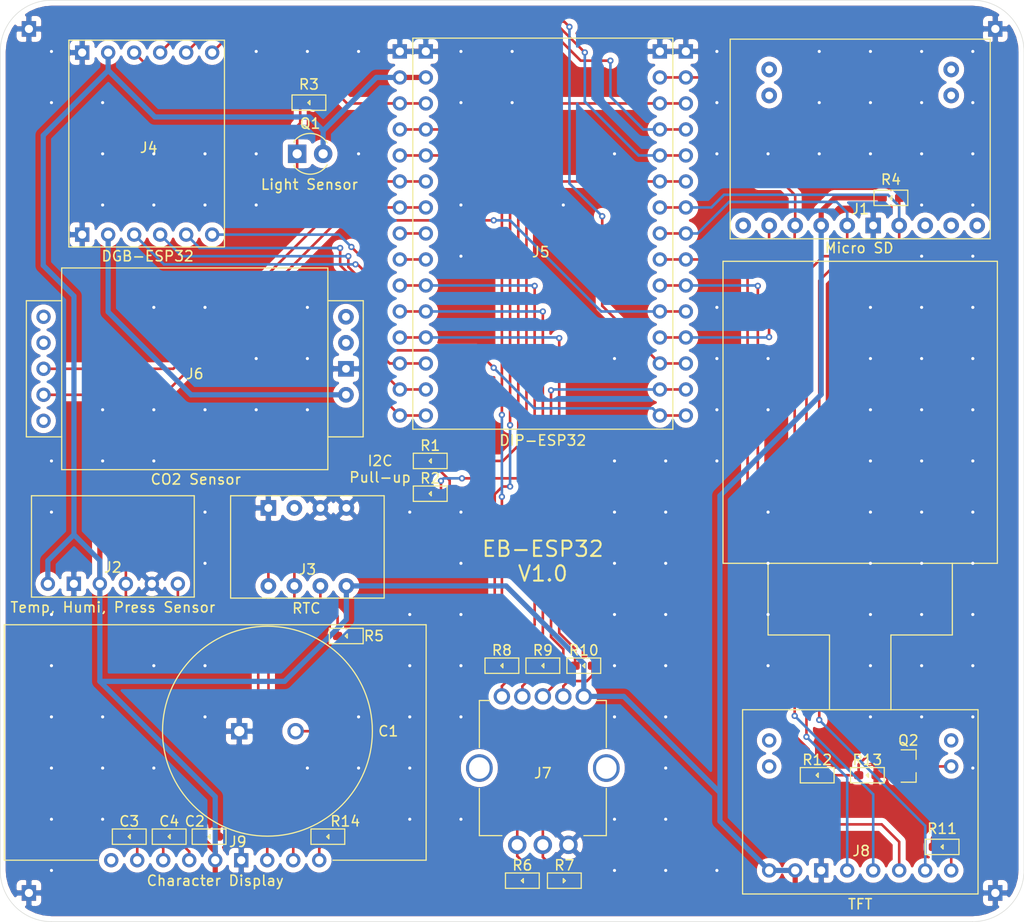
<source format=kicad_pcb>
(kicad_pcb (version 20171130) (host pcbnew "(5.1.10-1-10_14)")
  (title_block (title "ESP32 Evaluation Board") (date 2021-11-25) (rev V1.0) (company https://github.com/KimiakiK))
  (layers (0 F.Cu signal) (31 B.Cu signal) (34 B.Paste user) (35 F.Paste user) (36 B.SilkS user) (37 F.SilkS user) (38 B.Mask user) (39 F.Mask user) (44 Edge.Cuts user))
  (net 0 "")
  (net 1 GND)
  (net 2 "Net-(C1-Pad1)")
  (net 3 +3V3)
  (net 4 "Net-(C3-Pad2)")
  (net 5 "Net-(C4-Pad1)")
  (net 6 "Net-(C4-Pad2)")
  (net 7 "Net-(J1-Pad10)")
  (net 8 "Net-(J1-Pad9)")
  (net 9 "Net-(J1-Pad8)")
  (net 10 SPI_MISO)
  (net 11 SPI_CLK)
  (net 12 SPI_MOSI)
  (net 13 SD_CS)
  (net 14 "Net-(J1-Pad1)")
  (net 15 I2C_SCL)
  (net 16 I2C_SDA)
  (net 17 "Net-(J3-Pad7)")
  (net 18 "Net-(J3-Pad3)")
  (net 19 EN)
  (net 20 BOOT)
  (net 21 FT_TXD)
  (net 22 FT_RXD)
  (net 23 FT_TDO)
  (net 24 FT_TCK)
  (net 25 FT_TDI)
  (net 26 FT_TMS)
  (net 27 +5V)
  (net 28 UART2_TXD)
  (net 29 TFT_LED)
  (net 30 TFT_CS)
  (net 31 SW)
  (net 32 ENCODER_B)
  (net 33 UART2_RXD)
  (net 34 LED_B)
  (net 35 ENCODER_A)
  (net 36 ADC_LIGHT)
  (net 37 "Net-(J5-Pad8)")
  (net 38 "Net-(J5-Pad9)")
  (net 39 LED_R)
  (net 40 LED_G)
  (net 41 "Net-(J6-Pad9)")
  (net 42 "Net-(J6-Pad8)")
  (net 43 "Net-(J6-Pad5)")
  (net 44 "Net-(J6-Pad2)")
  (net 45 "Net-(J6-Pad1)")
  (net 46 "Net-(J7-Pad4)")
  (net 47 "Net-(J7-Pad2)")
  (net 48 "Net-(J7-Pad1)")
  (net 49 "Net-(J8-Pad9)")
  (net 50 "Net-(J8-Pad8)")
  (net 51 "Net-(J9-Pad9)")
  (net 52 "Net-(J9-Pad1)")
  (net 53 "Net-(Q2-Pad1)")
  (module EB-ESP32:GND_PAD (layer F.Cu) (at -47.2 42.2)
    (fp_text reference TP4 hide)
    (fp_text value TestPoint)
    (pad 1 thru_hole rect (at 0 0) (size 1.4 1.524) (drill 0.8) (layers *.Cu *.Mask) (net 1 GND))
  )
  (module EB-ESP32:GND_PAD (layer F.Cu) (at 47.2 42.2)
    (fp_text reference TP3 hide)
    (fp_text value TestPoint)
    (pad 1 thru_hole rect (at 0 0) (size 1.4 1.524) (drill 0.8) (layers *.Cu *.Mask) (net 1 GND))
  )
  (module EB-ESP32:GND_PAD (layer F.Cu) (at 47.2 -42.2)
    (fp_text reference TP2 hide)
    (fp_text value TestPoint)
    (pad 1 thru_hole rect (at 0 0) (size 1.4 1.524) (drill 0.8) (layers *.Cu *.Mask) (net 1 GND))
  )
  (module EB-ESP32:GND_PAD (layer F.Cu) (at -47.2 -42.2)
    (fp_text reference TP1 hide)
    (fp_text value TestPoint)
    (pad 1 thru_hole rect (at 0 0) (size 1.4 1.524) (drill 0.8) (layers *.Cu *.Mask) (net 1 GND))
  )
  (module EB-ESP32:SE-5R5-D105VY (layer F.Cu) (at -23.9 26.4 180)
    (fp_text reference C1 (at -11.8 0) (layer F.SilkS))
    (fp_text value 1F)
    (pad 2 thru_hole rect (at 2.75 0 180) (size 1.6 1.6) (drill 1) (layers *.Cu *.Mask) (net 1 GND))
    (pad 1 thru_hole circle (at -2.75 0 180) (size 1.6 1.6) (drill 1) (layers *.Cu *.Mask) (net 2 "Net-(C1-Pad1)"))
  )
  (module EB-ESP32:1608Metric (layer F.Cu) (at -18 36.7)
    (fp_text reference R14 (at 1.7 -1.5) (layer F.SilkS))
    (fp_text value 10k)
    (pad 1 smd roundrect (at -0.85 0) (size 0.9 0.8) (layers F.Cu F.Paste F.Mask) (net 3 +3V3))
    (pad 2 smd roundrect (at 0.85 0) (size 0.9 0.8) (layers F.Cu F.Paste F.Mask) (net 51 "Net-(J9-Pad9)"))
  )
  (module EB-ESP32:1608Metric (layer F.Cu) (at 34.7 30.7)
    (fp_text reference R13 (at 0 -1.5) (layer F.SilkS))
    (fp_text value 10k)
    (pad 1 smd roundrect (at -0.85 0) (size 0.9 0.8) (layers F.Cu F.Paste F.Mask) (net 53 "Net-(Q2-Pad1)"))
    (pad 2 smd roundrect (at 0.85 0) (size 0.9 0.8) (layers F.Cu F.Paste F.Mask) (net 1 GND))
  )
  (module EB-ESP32:1608Metric (layer F.Cu) (at 29.8 30.7)
    (fp_text reference R12 (at 0 -1.5) (layer F.SilkS))
    (fp_text value 100)
    (pad 1 smd roundrect (at -0.85 0) (size 0.9 0.8) (layers F.Cu F.Paste F.Mask) (net 29 TFT_LED))
    (pad 2 smd roundrect (at 0.85 0) (size 0.9 0.8) (layers F.Cu F.Paste F.Mask) (net 53 "Net-(Q2-Pad1)"))
  )
  (module EB-ESP32:1608Metric (layer F.Cu) (at 42 37.7)
    (fp_text reference R11 (at 0 -1.778) (layer F.SilkS))
    (fp_text value 10k)
    (pad 1 smd roundrect (at -0.85 0) (size 0.9 0.8) (layers F.Cu F.Paste F.Mask) (net 3 +3V3))
    (pad 2 smd roundrect (at 0.85 0) (size 0.9 0.8) (layers F.Cu F.Paste F.Mask) (net 50 "Net-(J8-Pad8)"))
  )
  (module EB-ESP32:1608Metric (layer F.Cu) (at 7 20)
    (fp_text reference R10 (at 0 -1.5) (layer F.SilkS))
    (fp_text value 1k)
    (pad 1 smd roundrect (at -0.85 0) (size 0.9 0.8) (layers F.Cu F.Paste F.Mask) (net 34 LED_B))
    (pad 2 smd roundrect (at 0.85 0) (size 0.9 0.8) (layers F.Cu F.Paste F.Mask) (net 46 "Net-(J7-Pad4)"))
  )
  (module EB-ESP32:1608Metric (layer F.Cu) (at 3 20)
    (fp_text reference R9 (at 0 -1.5) (layer F.SilkS))
    (fp_text value 1k)
    (pad 1 smd roundrect (at -0.85 0) (size 0.9 0.8) (layers F.Cu F.Paste F.Mask) (net 40 LED_G))
    (pad 2 smd roundrect (at 0.85 0) (size 0.9 0.8) (layers F.Cu F.Paste F.Mask) (net 47 "Net-(J7-Pad2)"))
  )
  (module EB-ESP32:1608Metric (layer F.Cu) (at -1 20)
    (fp_text reference R8 (at 0 -1.5) (layer F.SilkS))
    (fp_text value 1k)
    (pad 1 smd roundrect (at -0.85 0) (size 0.9 0.8) (layers F.Cu F.Paste F.Mask) (net 39 LED_R))
    (pad 2 smd roundrect (at 0.85 0) (size 0.9 0.8) (layers F.Cu F.Paste F.Mask) (net 48 "Net-(J7-Pad1)"))
  )
  (module EB-ESP32:1608Metric (layer F.Cu) (at 5.1 41 180)
    (fp_text reference R7 (at 0 1.5) (layer F.SilkS))
    (fp_text value 10k)
    (pad 1 smd roundrect (at -0.85 0 180) (size 0.9 0.8) (layers F.Cu F.Paste F.Mask) (net 3 +3V3))
    (pad 2 smd roundrect (at 0.85 0 180) (size 0.9 0.8) (layers F.Cu F.Paste F.Mask) (net 32 ENCODER_B))
  )
  (module EB-ESP32:1608Metric (layer F.Cu) (at 1 41)
    (fp_text reference R6 (at 0 -1.5) (layer F.SilkS))
    (fp_text value 10k)
    (pad 1 smd roundrect (at -0.85 0) (size 0.9 0.8) (layers F.Cu F.Paste F.Mask) (net 3 +3V3))
    (pad 2 smd roundrect (at 0.85 0) (size 0.9 0.8) (layers F.Cu F.Paste F.Mask) (net 35 ENCODER_A))
  )
  (module EB-ESP32:1608Metric (layer F.Cu) (at -16.2 17.1)
    (fp_text reference R5 (at 2.7 0) (layer F.SilkS))
    (fp_text value 1k)
    (pad 1 smd roundrect (at -0.85 0) (size 0.9 0.8) (layers F.Cu F.Paste F.Mask) (net 17 "Net-(J3-Pad7)"))
    (pad 2 smd roundrect (at 0.85 0) (size 0.9 0.8) (layers F.Cu F.Paste F.Mask) (net 2 "Net-(C1-Pad1)"))
  )
  (module EB-ESP32:1608Metric (layer F.Cu) (at 37 -25.7)
    (fp_text reference R4 (at 0 -1.778) (layer F.SilkS))
    (fp_text value 10k)
    (pad 1 smd roundrect (at -0.85 0) (size 0.9 0.8) (layers F.Cu F.Paste F.Mask) (net 3 +3V3))
    (pad 2 smd roundrect (at 0.85 0) (size 0.9 0.8) (layers F.Cu F.Paste F.Mask) (net 10 SPI_MISO))
  )
  (module EB-ESP32:1608Metric (layer F.Cu) (at -19.85 -35)
    (fp_text reference R3 (at 0 -1.778) (layer F.SilkS))
    (fp_text value 10k)
    (pad 1 smd roundrect (at -0.85 0) (size 0.9 0.8) (layers F.Cu F.Paste F.Mask) (net 36 ADC_LIGHT))
    (pad 2 smd roundrect (at 0.85 0) (size 0.9 0.8) (layers F.Cu F.Paste F.Mask) (net 1 GND))
  )
  (module EB-ESP32:1608Metric (layer F.Cu) (at -8 3.2)
    (fp_text reference R2 (at 0 -1.5) (layer F.SilkS))
    (fp_text value 1k)
    (pad 1 smd roundrect (at -0.85 0) (size 0.9 0.8) (layers F.Cu F.Paste F.Mask) (net 3 +3V3))
    (pad 2 smd roundrect (at 0.85 0) (size 0.9 0.8) (layers F.Cu F.Paste F.Mask) (net 16 I2C_SDA))
  )
  (module EB-ESP32:1608Metric (layer F.Cu) (at -8 0)
    (fp_text reference R1 (at 0 -1.5) (layer F.SilkS))
    (fp_text value 1k)
    (pad 1 smd roundrect (at -0.85 0) (size 0.9 0.8) (layers F.Cu F.Paste F.Mask) (net 3 +3V3))
    (pad 2 smd roundrect (at 0.85 0) (size 0.9 0.8) (layers F.Cu F.Paste F.Mask) (net 15 I2C_SCL))
  )
  (module EB-ESP32:SOT-23 (layer F.Cu) (at 38.7 29.8)
    (fp_text reference Q2 (at 0 -2.5) (layer F.SilkS))
    (fp_text value AO4300A)
    (pad 3 smd rect (at 1 0) (size 0.9 0.8) (layers F.Cu F.Paste F.Mask) (net 49 "Net-(J8-Pad9)"))
    (pad 2 smd rect (at -1 0.95) (size 0.9 0.8) (layers F.Cu F.Paste F.Mask) (net 1 GND))
    (pad 1 smd rect (at -1 -0.95) (size 0.9 0.8) (layers F.Cu F.Paste F.Mask) (net 53 "Net-(Q2-Pad1)"))
  )
  (module EB-ESP32:NJL7502L (layer F.Cu) (at -21 -30)
    (fp_text reference Q1 (at 1.27 -2.96) (layer F.SilkS))
    (fp_text value NJL7502L)
    (pad 1 thru_hole circle (at 2.54 0) (size 1.8 1.8) (drill 0.9) (layers *.Cu *.Mask) (net 3 +3V3))
    (pad 2 thru_hole rect (at 0 0) (size 1.8 1.8) (drill 0.9) (layers *.Cu *.Mask) (net 36 ADC_LIGHT))
  )
  (module EB-ESP32:AQM1602Y-RN-GBW (layer F.Cu) (at -29 39)
    (fp_text reference J9 (at 2.2 -1.8) (layer F.SilkS))
    (fp_text value AQM1602Y-RN-GBW)
    (pad 9 thru_hole circle (at 10.16 0) (size 1.4 1.4) (drill 0.8) (layers *.Cu *.Mask) (net 51 "Net-(J9-Pad9)"))
    (pad 8 thru_hole circle (at 7.62 0) (size 1.4 1.4) (drill 0.8) (layers *.Cu *.Mask) (net 15 I2C_SCL))
    (pad 7 thru_hole circle (at 5.08 0) (size 1.4 1.4) (drill 0.8) (layers *.Cu *.Mask) (net 16 I2C_SDA))
    (pad 6 thru_hole rect (at 2.54 0) (size 1.4 1.4) (drill 0.8) (layers *.Cu *.Mask) (net 1 GND))
    (pad 5 thru_hole circle (at 0 0) (size 1.4 1.4) (drill 0.8) (layers *.Cu *.Mask) (net 3 +3V3))
    (pad 4 thru_hole circle (at -2.54 0) (size 1.4 1.4) (drill 0.8) (layers *.Cu *.Mask) (net 6 "Net-(C4-Pad2)"))
    (pad 3 thru_hole circle (at -5.08 0) (size 1.4 1.4) (drill 0.8) (layers *.Cu *.Mask) (net 5 "Net-(C4-Pad1)"))
    (pad 2 thru_hole circle (at -7.62 0) (size 1.4 1.4) (drill 0.8) (layers *.Cu *.Mask) (net 4 "Net-(C3-Pad2)"))
    (pad 1 thru_hole circle (at -10.16 0) (size 1.4 1.4) (drill 0.8) (layers *.Cu *.Mask) (net 52 "Net-(J9-Pad1)"))
  )
  (module EB-ESP32:AE-ATM0130B3 (layer F.Cu) (at 34 40)
    (fp_text reference J8 (at 0.1 -1.9) (layer F.SilkS))
    (fp_text value AE-ATM0130B3)
    (pad "" thru_hole circle (at -8.89 -12.7) (size 1.4 1.4) (drill 0.8) (layers *.Cu *.Mask))
    (pad "" thru_hole circle (at -8.89 -10.16) (size 1.4 1.4) (drill 0.8) (layers *.Cu *.Mask))
    (pad "" thru_hole circle (at 8.89 -12.7) (size 1.4 1.4) (drill 0.8) (layers *.Cu *.Mask))
    (pad 9 thru_hole circle (at 8.89 -10.16) (size 1.4 1.4) (drill 0.8) (layers *.Cu *.Mask) (net 49 "Net-(J8-Pad9)"))
    (pad 8 thru_hole circle (at 8.89 0) (size 1.4 1.4) (drill 0.8) (layers *.Cu *.Mask) (net 50 "Net-(J8-Pad8)"))
    (pad 7 thru_hole circle (at 6.35 0) (size 1.4 1.4) (drill 0.8) (layers *.Cu *.Mask) (net 10 SPI_MISO))
    (pad 6 thru_hole circle (at 3.81 0) (size 1.4 1.4) (drill 0.8) (layers *.Cu *.Mask) (net 30 TFT_CS))
    (pad 5 thru_hole circle (at 1.27 0) (size 1.4 1.4) (drill 0.8) (layers *.Cu *.Mask) (net 12 SPI_MOSI))
    (pad 4 thru_hole circle (at -1.27 0) (size 1.4 1.4) (drill 0.8) (layers *.Cu *.Mask) (net 11 SPI_CLK))
    (pad 3 thru_hole rect (at -3.81 0) (size 1.4 1.4) (drill 0.8) (layers *.Cu *.Mask) (net 1 GND))
    (pad 2 thru_hole circle (at -6.35 0) (size 1.4 1.4) (drill 0.8) (layers *.Cu *.Mask) (net 3 +3V3))
    (pad 1 thru_hole circle (at -8.89 0) (size 1.4 1.4) (drill 0.8) (layers *.Cu *.Mask) (net 3 +3V3))
  )
  (module EB-ESP32:EC12PLRGB (layer F.Cu) (at 3 30)
    (fp_text reference J7 (at 0 0.5) (layer F.SilkS))
    (fp_text value EC12PLRGB)
    (pad "" thru_hole oval (at 6.2 0) (size 2.6 2.7) (drill oval 2 2.1) (layers *.Cu *.Mask))
    (pad "" thru_hole oval (at -6.2 0) (size 2.6 2.7) (drill oval 2 2.1) (layers *.Cu *.Mask))
    (pad 8 thru_hole circle (at 2.5 7.5) (size 1.8 1.8) (drill 1.1) (layers *.Cu *.Mask) (net 1 GND))
    (pad 7 thru_hole circle (at 0 7.5) (size 1.8 1.8) (drill 1.1) (layers *.Cu *.Mask) (net 32 ENCODER_B))
    (pad 6 thru_hole circle (at -2.5 7.5) (size 1.8 1.8) (drill 1.1) (layers *.Cu *.Mask) (net 35 ENCODER_A))
    (pad 5 thru_hole circle (at 4 -7) (size 1.6 1.6) (drill 1) (layers *.Cu *.Mask) (net 3 +3V3))
    (pad 4 thru_hole circle (at 2 -7) (size 1.6 1.6) (drill 1) (layers *.Cu *.Mask) (net 46 "Net-(J7-Pad4)"))
    (pad 3 thru_hole circle (at 0 -7) (size 1.6 1.6) (drill 1) (layers *.Cu *.Mask) (net 31 SW))
    (pad 2 thru_hole circle (at -2 -7) (size 1.6 1.6) (drill 1) (layers *.Cu *.Mask) (net 47 "Net-(J7-Pad2)"))
    (pad 1 thru_hole circle (at -4 -7) (size 1.6 1.6) (drill 1) (layers *.Cu *.Mask) (net 48 "Net-(J7-Pad1)"))
  )
  (module EB-ESP32:MH-Z19C (layer F.Cu) (at -31 -9)
    (fp_text reference J6 (at 0 0.5) (layer F.SilkS))
    (fp_text value MH-Z19C)
    (pad 9 thru_hole circle (at 14.77 -5.08) (size 1.524 1.524) (drill 0.762) (layers *.Cu *.Mask) (net 41 "Net-(J6-Pad9)"))
    (pad 8 thru_hole circle (at 14.77 -2.54) (size 1.524 1.524) (drill 0.762) (layers *.Cu *.Mask) (net 42 "Net-(J6-Pad8)"))
    (pad 7 thru_hole rect (at 14.77 0) (size 1.524 1.524) (drill 0.762) (layers *.Cu *.Mask) (net 1 GND))
    (pad 6 thru_hole circle (at 14.77 2.54) (size 1.524 1.524) (drill 0.762) (layers *.Cu *.Mask) (net 27 +5V))
    (pad 5 thru_hole circle (at -14.77 5.08) (size 1.4 1.4) (drill 0.8) (layers *.Cu *.Mask) (net 43 "Net-(J6-Pad5)"))
    (pad 4 thru_hole circle (at -14.77 2.54) (size 1.4 1.4) (drill 0.8) (layers *.Cu *.Mask) (net 28 UART2_TXD))
    (pad 3 thru_hole circle (at -14.77 0) (size 1.4 1.4) (drill 0.8) (layers *.Cu *.Mask) (net 33 UART2_RXD))
    (pad 2 thru_hole circle (at -14.77 -2.54) (size 1.4 1.4) (drill 0.8) (layers *.Cu *.Mask) (net 44 "Net-(J6-Pad2)"))
    (pad 1 thru_hole circle (at -14.77 -5.08) (size 1.4 1.4) (drill 0.8) (layers *.Cu *.Mask) (net 45 "Net-(J6-Pad1)"))
  )
  (module EB-ESP32:DIP-ESP32-CN (layer F.Cu) (at 3 -40)
    (fp_text reference J5 (at -0.2 19.6) (layer F.SilkS))
    (fp_text value DIP-ESP32-CN)
    (pad 16 thru_hole circle (at 13.97 35.56) (size 1.4 1.4) (drill 0.8) (layers *.Cu *.Mask) (net 23 FT_TDO))
    (pad 18 thru_hole circle (at 13.97 30.48) (size 1.4 1.4) (drill 0.8) (layers *.Cu *.Mask) (net 20 BOOT))
    (pad 19 thru_hole circle (at 13.97 27.94) (size 1.4 1.4) (drill 0.8) (layers *.Cu *.Mask) (net 13 SD_CS))
    (pad 20 thru_hole circle (at 13.97 25.4) (size 1.4 1.4) (drill 0.8) (layers *.Cu *.Mask) (net 28 UART2_TXD))
    (pad 21 thru_hole circle (at 13.97 22.86) (size 1.4 1.4) (drill 0.8) (layers *.Cu *.Mask) (net 29 TFT_LED))
    (pad 22 thru_hole circle (at 13.97 20.32) (size 1.4 1.4) (drill 0.8) (layers *.Cu *.Mask) (net 30 TFT_CS))
    (pad 23 thru_hole circle (at 13.97 17.78) (size 1.4 1.4) (drill 0.8) (layers *.Cu *.Mask) (net 11 SPI_CLK))
    (pad 24 thru_hole circle (at 13.97 15.24) (size 1.4 1.4) (drill 0.8) (layers *.Cu *.Mask) (net 10 SPI_MISO))
    (pad 25 thru_hole circle (at 13.97 12.7) (size 1.4 1.4) (drill 0.8) (layers *.Cu *.Mask) (net 16 I2C_SDA))
    (pad 26 thru_hole circle (at 13.97 10.16) (size 1.4 1.4) (drill 0.8) (layers *.Cu *.Mask) (net 21 FT_TXD))
    (pad 27 thru_hole circle (at 13.97 7.62) (size 1.4 1.4) (drill 0.8) (layers *.Cu *.Mask) (net 22 FT_RXD))
    (pad 28 thru_hole circle (at 13.97 5.08) (size 1.4 1.4) (drill 0.8) (layers *.Cu *.Mask) (net 15 I2C_SCL))
    (pad 29 thru_hole circle (at 13.97 2.54) (size 1.4 1.4) (drill 0.8) (layers *.Cu *.Mask) (net 12 SPI_MOSI))
    (pad 30 thru_hole rect (at 13.97 0) (size 1.4 1.4) (drill 0.8) (layers *.Cu *.Mask) (net 1 GND))
    (pad 17 thru_hole circle (at 13.97 33.02) (size 1.4 1.4) (drill 0.8) (layers *.Cu *.Mask) (net 31 SW))
    (pad 1 thru_hole rect (at -13.97 0) (size 1.4 1.4) (drill 0.8) (layers *.Cu *.Mask) (net 1 GND))
    (pad 5 thru_hole circle (at -13.97 10.16) (size 1.4 1.4) (drill 0.8) (layers *.Cu *.Mask) (net 32 ENCODER_B))
    (pad 7 thru_hole circle (at -13.97 15.24) (size 1.4 1.4) (drill 0.8) (layers *.Cu *.Mask) (net 33 UART2_RXD))
    (pad 15 thru_hole circle (at -13.97 35.56) (size 1.4 1.4) (drill 0.8) (layers *.Cu *.Mask) (net 24 FT_TCK))
    (pad 3 thru_hole circle (at -13.97 5.08) (size 1.4 1.4) (drill 0.8) (layers *.Cu *.Mask) (net 19 EN))
    (pad 2 thru_hole circle (at -13.97 2.54) (size 1.4 1.4) (drill 0.8) (layers *.Cu *.Mask) (net 3 +3V3))
    (pad 12 thru_hole circle (at -13.97 27.94) (size 1.4 1.4) (drill 0.8) (layers *.Cu *.Mask) (net 34 LED_B))
    (pad 13 thru_hole circle (at -13.97 30.48) (size 1.4 1.4) (drill 0.8) (layers *.Cu *.Mask) (net 26 FT_TMS))
    (pad 14 thru_hole circle (at -13.97 33.02) (size 1.4 1.4) (drill 0.8) (layers *.Cu *.Mask) (net 25 FT_TDI))
    (pad 4 thru_hole circle (at -13.97 7.62) (size 1.4 1.4) (drill 0.8) (layers *.Cu *.Mask) (net 35 ENCODER_A))
    (pad 6 thru_hole circle (at -13.97 12.7) (size 1.4 1.4) (drill 0.8) (layers *.Cu *.Mask) (net 36 ADC_LIGHT))
    (pad 8 thru_hole circle (at -13.97 17.78) (size 1.4 1.4) (drill 0.8) (layers *.Cu *.Mask) (net 37 "Net-(J5-Pad8)"))
    (pad 9 thru_hole circle (at -13.97 20.32) (size 1.4 1.4) (drill 0.8) (layers *.Cu *.Mask) (net 38 "Net-(J5-Pad9)"))
    (pad 10 thru_hole circle (at -13.97 22.86) (size 1.4 1.4) (drill 0.8) (layers *.Cu *.Mask) (net 39 LED_R))
    (pad 11 thru_hole circle (at -13.97 25.4) (size 1.4 1.4) (drill 0.8) (layers *.Cu *.Mask) (net 40 LED_G))
    (pad 17 thru_hole circle (at 11.43 33.02) (size 1.4 1.4) (drill 0.8) (layers *.Cu *.Mask) (net 31 SW))
    (pad 30 thru_hole rect (at 11.43 0) (size 1.4 1.4) (drill 0.8) (layers *.Cu *.Mask) (net 1 GND))
    (pad 29 thru_hole circle (at 11.43 2.54) (size 1.4 1.4) (drill 0.8) (layers *.Cu *.Mask) (net 12 SPI_MOSI))
    (pad 28 thru_hole circle (at 11.43 5.08) (size 1.4 1.4) (drill 0.8) (layers *.Cu *.Mask) (net 15 I2C_SCL))
    (pad 27 thru_hole circle (at 11.43 7.62) (size 1.4 1.4) (drill 0.8) (layers *.Cu *.Mask) (net 22 FT_RXD))
    (pad 26 thru_hole circle (at 11.43 10.16) (size 1.4 1.4) (drill 0.8) (layers *.Cu *.Mask) (net 21 FT_TXD))
    (pad 25 thru_hole circle (at 11.43 12.7) (size 1.4 1.4) (drill 0.8) (layers *.Cu *.Mask) (net 16 I2C_SDA))
    (pad 24 thru_hole circle (at 11.43 15.24) (size 1.4 1.4) (drill 0.8) (layers *.Cu *.Mask) (net 10 SPI_MISO))
    (pad 23 thru_hole circle (at 11.43 17.78) (size 1.4 1.4) (drill 0.8) (layers *.Cu *.Mask) (net 11 SPI_CLK))
    (pad 22 thru_hole circle (at 11.43 20.32) (size 1.4 1.4) (drill 0.8) (layers *.Cu *.Mask) (net 30 TFT_CS))
    (pad 21 thru_hole circle (at 11.43 22.86) (size 1.4 1.4) (drill 0.8) (layers *.Cu *.Mask) (net 29 TFT_LED))
    (pad 20 thru_hole circle (at 11.43 25.4) (size 1.4 1.4) (drill 0.8) (layers *.Cu *.Mask) (net 28 UART2_TXD))
    (pad 19 thru_hole circle (at 11.43 27.94) (size 1.4 1.4) (drill 0.8) (layers *.Cu *.Mask) (net 13 SD_CS))
    (pad 18 thru_hole circle (at 11.43 30.48) (size 1.4 1.4) (drill 0.8) (layers *.Cu *.Mask) (net 20 BOOT))
    (pad 16 thru_hole circle (at 11.43 35.56) (size 1.4 1.4) (drill 0.8) (layers *.Cu *.Mask) (net 23 FT_TDO))
    (pad 15 thru_hole circle (at -11.43 35.56) (size 1.4 1.4) (drill 0.8) (layers *.Cu *.Mask) (net 24 FT_TCK))
    (pad 14 thru_hole circle (at -11.43 33.02) (size 1.4 1.4) (drill 0.8) (layers *.Cu *.Mask) (net 25 FT_TDI))
    (pad 13 thru_hole circle (at -11.43 30.48) (size 1.4 1.4) (drill 0.8) (layers *.Cu *.Mask) (net 26 FT_TMS))
    (pad 12 thru_hole circle (at -11.43 27.94) (size 1.4 1.4) (drill 0.8) (layers *.Cu *.Mask) (net 34 LED_B))
    (pad 11 thru_hole circle (at -11.43 25.4) (size 1.4 1.4) (drill 0.8) (layers *.Cu *.Mask) (net 40 LED_G))
    (pad 10 thru_hole circle (at -11.43 22.86) (size 1.4 1.4) (drill 0.8) (layers *.Cu *.Mask) (net 39 LED_R))
    (pad 9 thru_hole circle (at -11.43 20.32) (size 1.4 1.4) (drill 0.8) (layers *.Cu *.Mask) (net 38 "Net-(J5-Pad9)"))
    (pad 8 thru_hole circle (at -11.43 17.78) (size 1.4 1.4) (drill 0.8) (layers *.Cu *.Mask) (net 37 "Net-(J5-Pad8)"))
    (pad 7 thru_hole circle (at -11.43 15.24) (size 1.4 1.4) (drill 0.8) (layers *.Cu *.Mask) (net 33 UART2_RXD))
    (pad 6 thru_hole circle (at -11.43 12.7) (size 1.4 1.4) (drill 0.8) (layers *.Cu *.Mask) (net 36 ADC_LIGHT))
    (pad 5 thru_hole circle (at -11.43 10.16) (size 1.4 1.4) (drill 0.8) (layers *.Cu *.Mask) (net 32 ENCODER_B))
    (pad 4 thru_hole circle (at -11.43 7.62) (size 1.4 1.4) (drill 0.8) (layers *.Cu *.Mask) (net 35 ENCODER_A))
    (pad 3 thru_hole circle (at -11.43 5.08) (size 1.4 1.4) (drill 0.8) (layers *.Cu *.Mask) (net 19 EN))
    (pad 2 thru_hole circle (at -11.43 2.54) (size 1.4 1.4) (drill 0.8) (layers *.Cu *.Mask) (net 3 +3V3))
    (pad 1 thru_hole rect (at -11.43 0) (size 1.4 1.4) (drill 0.8) (layers *.Cu *.Mask) (net 1 GND))
  )
  (module EB-ESP32:DBG-ESP32-CN (layer F.Cu) (at -42 -31 90)
    (fp_text reference J4 (at -0.4 6.5 180) (layer F.SilkS))
    (fp_text value DBG-ESP32_CN)
    (pad 12 thru_hole rect (at 8.89 0 90) (size 1.4 1.4) (drill 0.8) (layers *.Cu *.Mask) (net 1 GND))
    (pad 11 thru_hole circle (at 8.89 2.54 90) (size 1.4 1.4) (drill 0.8) (layers *.Cu *.Mask) (net 3 +3V3))
    (pad 10 thru_hole circle (at 8.89 5.08 90) (size 1.4 1.4) (drill 0.8) (layers *.Cu *.Mask) (net 19 EN))
    (pad 9 thru_hole circle (at 8.89 7.62 90) (size 1.4 1.4) (drill 0.8) (layers *.Cu *.Mask) (net 20 BOOT))
    (pad 8 thru_hole circle (at 8.89 10.16 90) (size 1.4 1.4) (drill 0.8) (layers *.Cu *.Mask) (net 21 FT_TXD))
    (pad 7 thru_hole circle (at 8.89 12.7 90) (size 1.4 1.4) (drill 0.8) (layers *.Cu *.Mask) (net 22 FT_RXD))
    (pad 6 thru_hole circle (at -8.89 12.7 90) (size 1.4 1.4) (drill 0.8) (layers *.Cu *.Mask) (net 23 FT_TDO))
    (pad 5 thru_hole circle (at -8.89 10.16 90) (size 1.4 1.4) (drill 0.8) (layers *.Cu *.Mask) (net 24 FT_TCK))
    (pad 4 thru_hole circle (at -8.89 7.62 90) (size 1.4 1.4) (drill 0.8) (layers *.Cu *.Mask) (net 25 FT_TDI))
    (pad 3 thru_hole circle (at -8.89 5.08 90) (size 1.4 1.4) (drill 0.8) (layers *.Cu *.Mask) (net 26 FT_TMS))
    (pad 2 thru_hole circle (at -8.89 2.54 90) (size 1.4 1.4) (drill 0.8) (layers *.Cu *.Mask) (net 27 +5V))
    (pad 1 thru_hole rect (at -8.89 0 90) (size 1.4 1.4) (drill 0.8) (layers *.Cu *.Mask) (net 1 GND))
  )
  (module EB-ESP32:AE-RX8900 (layer F.Cu) (at -20 8.4 270)
    (fp_text reference J3 (at 2.2 0 180) (layer F.SilkS))
    (fp_text value AE-RX8900)
    (pad 8 thru_hole circle (at 3.81 -3.81 270) (size 1.524 1.524) (drill 0.762) (layers *.Cu *.Mask) (net 3 +3V3))
    (pad 7 thru_hole circle (at 3.81 -1.27 270) (size 1.524 1.524) (drill 0.762) (layers *.Cu *.Mask) (net 17 "Net-(J3-Pad7)"))
    (pad 6 thru_hole circle (at 3.81 1.27 270) (size 1.524 1.524) (drill 0.762) (layers *.Cu *.Mask) (net 15 I2C_SCL))
    (pad 5 thru_hole circle (at 3.81 3.81 270) (size 1.524 1.524) (drill 0.762) (layers *.Cu *.Mask) (net 16 I2C_SDA))
    (pad 4 thru_hole rect (at -3.81 3.81 270) (size 1.524 1.524) (drill 0.762) (layers *.Cu *.Mask) (net 1 GND))
    (pad 3 thru_hole circle (at -3.81 1.27 270) (size 1.524 1.524) (drill 0.762) (layers *.Cu *.Mask) (net 18 "Net-(J3-Pad3)"))
    (pad 2 thru_hole circle (at -3.81 -1.27 270) (size 1.524 1.524) (drill 0.762) (layers *.Cu *.Mask) (net 1 GND))
    (pad 1 thru_hole circle (at -3.81 -3.81 270) (size 1.524 1.524) (drill 0.762) (layers *.Cu *.Mask) (net 1 GND))
  )
  (module EB-ESP32:AE-BME280 (layer F.Cu) (at -39 12)
    (fp_text reference J2 (at 0 -1.6) (layer F.SilkS))
    (fp_text value AE-BME280)
    (pad 6 thru_hole circle (at 6.35 0) (size 1.4 1.4) (drill 0.8) (layers *.Cu *.Mask) (net 15 I2C_SCL))
    (pad 5 thru_hole circle (at 3.81 0) (size 1.4 1.4) (drill 0.8) (layers *.Cu *.Mask) (net 1 GND))
    (pad 4 thru_hole circle (at 1.27 0) (size 1.4 1.4) (drill 0.8) (layers *.Cu *.Mask) (net 16 I2C_SDA))
    (pad 3 thru_hole circle (at -1.27 0) (size 1.4 1.4) (drill 0.8) (layers *.Cu *.Mask) (net 3 +3V3))
    (pad 2 thru_hole rect (at -3.81 0) (size 1.4 1.4) (drill 0.8) (layers *.Cu *.Mask) (net 1 GND))
    (pad 1 thru_hole circle (at -6.35 0) (size 1.4 1.4) (drill 0.8) (layers *.Cu *.Mask) (net 3 +3V3))
  )
  (module EB-ESP32:AE-MICRO-SD-DIP (layer F.Cu) (at 34 -23)
    (fp_text reference J1 (at 0 -1.6) (layer F.SilkS))
    (fp_text value AE-MICRO-SD-DIP)
    (pad "" thru_hole circle (at 8.89 -15.24) (size 1.524 1.524) (drill 0.762) (layers *.Cu *.Mask))
    (pad "" thru_hole circle (at 8.89 -12.7) (size 1.524 1.524) (drill 0.762) (layers *.Cu *.Mask))
    (pad "" thru_hole circle (at -8.89 -15.24) (size 1.524 1.524) (drill 0.762) (layers *.Cu *.Mask))
    (pad "" thru_hole circle (at -8.89 -12.7) (size 1.524 1.524) (drill 0.762) (layers *.Cu *.Mask))
    (pad 10 thru_hole circle (at 11.43 0) (size 1.524 1.524) (drill 0.762) (layers *.Cu *.Mask) (net 7 "Net-(J1-Pad10)"))
    (pad 9 thru_hole circle (at 8.89 0) (size 1.524 1.524) (drill 0.762) (layers *.Cu *.Mask) (net 8 "Net-(J1-Pad9)"))
    (pad 8 thru_hole circle (at 6.35 0) (size 1.524 1.524) (drill 0.762) (layers *.Cu *.Mask) (net 9 "Net-(J1-Pad8)"))
    (pad 7 thru_hole circle (at 3.81 0) (size 1.524 1.524) (drill 0.762) (layers *.Cu *.Mask) (net 10 SPI_MISO))
    (pad 6 thru_hole rect (at 1.27 0) (size 1.524 1.524) (drill 0.762) (layers *.Cu *.Mask) (net 1 GND))
    (pad 5 thru_hole circle (at -1.27 0) (size 1.524 1.524) (drill 0.762) (layers *.Cu *.Mask) (net 11 SPI_CLK))
    (pad 4 thru_hole circle (at -3.81 0) (size 1.524 1.524) (drill 0.762) (layers *.Cu *.Mask) (net 3 +3V3))
    (pad 3 thru_hole circle (at -6.35 0) (size 1.524 1.524) (drill 0.762) (layers *.Cu *.Mask) (net 12 SPI_MOSI))
    (pad 2 thru_hole circle (at -8.89 0) (size 1.524 1.524) (drill 0.762) (layers *.Cu *.Mask) (net 13 SD_CS))
    (pad 1 thru_hole circle (at -11.43 0) (size 1.524 1.524) (drill 0.762) (layers *.Cu *.Mask) (net 14 "Net-(J1-Pad1)"))
  )
  (module EB-ESP32:1608Metric (layer F.Cu) (at -33.5 36.7)
    (fp_text reference C4 (at 0 -1.5) (layer F.SilkS))
    (fp_text value 1uF)
    (pad 1 smd roundrect (at -0.85 0) (size 0.9 0.8) (layers F.Cu F.Paste F.Mask) (net 5 "Net-(C4-Pad1)"))
    (pad 2 smd roundrect (at 0.85 0) (size 0.9 0.8) (layers F.Cu F.Paste F.Mask) (net 6 "Net-(C4-Pad2)"))
  )
  (module EB-ESP32:1608Metric (layer F.Cu) (at -37.4 36.7)
    (fp_text reference C3 (at 0 -1.5) (layer F.SilkS))
    (fp_text value 1uF)
    (pad 1 smd roundrect (at -0.85 0) (size 0.9 0.8) (layers F.Cu F.Paste F.Mask) (net 3 +3V3))
    (pad 2 smd roundrect (at 0.85 0) (size 0.9 0.8) (layers F.Cu F.Paste F.Mask) (net 4 "Net-(C3-Pad2)"))
  )
  (module EB-ESP32:1608Metric (layer F.Cu) (at -29.6 36.7)
    (fp_text reference C2 (at -1.4 -1.5) (layer F.SilkS))
    (fp_text value 0.1uF)
    (pad 1 smd roundrect (at -0.85 0) (size 0.9 0.8) (layers F.Cu F.Paste F.Mask) (net 3 +3V3))
    (pad 2 smd roundrect (at 0.85 0) (size 0.9 0.8) (layers F.Cu F.Paste F.Mask) (net 1 GND))
  )
  (gr_text "EB-ESP32\nV1.0" (at 3 9.8) (layer F.SilkS) (effects (font (size 1.5 1.5) (thickness 0.2))))
  (gr_text "CO2 Sensor" (at -30.9 1.8) (layer F.SilkS) (effects (font (size 1 1))))
  (gr_text RTC (at -20.1 14.4) (layer F.SilkS) (effects (font (size 1 1))))
  (gr_text "Temp, Humi, Press Sensor" (at -39 14.3) (layer F.SilkS) (effects (font (size 1 1))))
  (gr_text "Character Display" (at -29 41) (layer F.SilkS) (effects (font (size 1 1))))
  (gr_text TFT (at 34 43.3) (layer F.SilkS) (effects (font (size 1 1))))
  (gr_text "Micro SD" (at 33.9 -20.8) (layer F.SilkS) (effects (font (size 1 1))))
  (gr_text DIP-ESP32 (at 3 -2) (layer F.SilkS) (effects (font (size 1 1))))
  (gr_text DGB-ESP32 (at -35.6 -20) (layer F.SilkS) (effects (font (size 1 1))))
  (gr_text "Light Sensor" (at -19.8 -27) (layer F.SilkS) (effects (font (size 1 1))))
  (gr_line (start -43.3 -20.9) (end -28.1 -20.9) (layer F.SilkS) (width 0.12))
  (gr_line (start -43.3 -41.1) (end -43.3 -20.9) (layer F.SilkS) (width 0.12))
  (gr_line (start -28.1 -41.1) (end -43.3 -41.1) (layer F.SilkS) (width 0.12))
  (gr_line (start -28.1 -20.9) (end -28.1 -41.1) (layer F.SilkS) (width 0.12))
  (gr_line (start 15.7 -41.3) (end 15.7 -3.1) (layer F.SilkS) (width 0.12))
  (gr_line (start -9.7 -41.3) (end 15.7 -41.3) (layer F.SilkS) (width 0.12))
  (gr_line (start -9.7 -3.1) (end -9.7 -41.3) (layer F.SilkS) (width 0.12))
  (gr_line (start 15.7 -3.1) (end -9.7 -3.1) (layer F.SilkS) (width 0.12))
  (gr_text "I2C\nPull-up" (at -12.9 0.8) (layer F.SilkS) (effects (font (size 1 1))))
  (gr_arc (start 45 40) (end 45 45) (angle -90) (layer Edge.Cuts) (width 0.05))
  (gr_arc (start -45 40) (end -50 40) (angle -90) (layer Edge.Cuts) (width 0.05))
  (gr_arc (start -45 -40) (end -45 -45) (angle -90) (layer Edge.Cuts) (width 0.05))
  (gr_arc (start 45 -40) (end 50 -40) (angle -90) (layer Edge.Cuts) (width 0.05))
  (gr_line (start -45 45) (end 45 45) (layer Edge.Cuts) (width 0.05))
  (gr_line (start -45 -45) (end 45 -45) (layer Edge.Cuts) (width 0.05))
  (gr_line (start 50 -40) (end 50 40) (layer Edge.Cuts) (width 0.05))
  (gr_line (start -50 -40) (end -50 40) (layer Edge.Cuts) (width 0.05))
  (segment (start 16.97 -40) (end 14.43 -40) (width 0.508) (layer F.Cu) (net 1))
  (segment (start -8.43 -40) (end -10.97 -40) (width 0.508) (layer F.Cu) (net 1))
  (via (at -45 -40) (size 0.6096) (drill 0.3048) (layers F.Cu B.Cu) (net 1))
  (via (at -35 -30) (size 0.6096) (drill 0.3048) (layers F.Cu B.Cu) (net 1))
  (via (at -45 -35) (size 0.6096) (drill 0.3048) (layers F.Cu B.Cu) (net 1))
  (via (at -40 -35) (size 0.6096) (drill 0.3048) (layers F.Cu B.Cu) (net 1))
  (via (at -40 -30) (size 0.6096) (drill 0.3048) (layers F.Cu B.Cu) (net 1))
  (via (at -40 -25) (size 0.6096) (drill 0.3048) (layers F.Cu B.Cu) (net 1))
  (via (at -35 -25) (size 0.6096) (drill 0.3048) (layers F.Cu B.Cu) (net 1))
  (via (at -30 -25) (size 0.6096) (drill 0.3048) (layers F.Cu B.Cu) (net 1))
  (via (at -30 -30) (size 0.6096) (drill 0.3048) (layers F.Cu B.Cu) (net 1))
  (via (at -25 -40) (size 0.6096) (drill 0.3048) (layers F.Cu B.Cu) (net 1))
  (via (at -20 -40) (size 0.6096) (drill 0.3048) (layers F.Cu B.Cu) (net 1))
  (via (at -15 -40) (size 0.6096) (drill 0.3048) (layers F.Cu B.Cu) (net 1))
  (via (at 0 -40) (size 0.6096) (drill 0.3048) (layers F.Cu B.Cu) (net 1))
  (via (at 0 -35) (size 0.6096) (drill 0.3048) (layers F.Cu B.Cu) (net 1))
  (via (at 5 -25) (size 0.6096) (drill 0.3048) (layers F.Cu B.Cu) (net 1))
  (via (at -35 -15) (size 0.6096) (drill 0.3048) (layers F.Cu B.Cu) (net 1))
  (via (at -30 -15) (size 0.6096) (drill 0.3048) (layers F.Cu B.Cu) (net 1))
  (via (at -20 -15) (size 0.6096) (drill 0.3048) (layers F.Cu B.Cu) (net 1))
  (via (at -20 -10) (size 0.6096) (drill 0.3048) (layers F.Cu B.Cu) (net 1))
  (via (at -25 -10) (size 0.6096) (drill 0.3048) (layers F.Cu B.Cu) (net 1))
  (via (at -40 0) (size 0.6096) (drill 0.3048) (layers F.Cu B.Cu) (net 1))
  (via (at -45 5) (size 0.6096) (drill 0.3048) (layers F.Cu B.Cu) (net 1))
  (via (at -45 0) (size 0.6096) (drill 0.3048) (layers F.Cu B.Cu) (net 1))
  (via (at -45 15) (size 0.6096) (drill 0.3048) (layers F.Cu B.Cu) (net 1))
  (via (at -45 20) (size 0.6096) (drill 0.3048) (layers F.Cu B.Cu) (net 1))
  (via (at -45 25) (size 0.6096) (drill 0.3048) (layers F.Cu B.Cu) (net 1))
  (via (at -45 30) (size 0.6096) (drill 0.3048) (layers F.Cu B.Cu) (net 1))
  (via (at -45 35) (size 0.6096) (drill 0.3048) (layers F.Cu B.Cu) (net 1))
  (via (at -45 40) (size 0.6096) (drill 0.3048) (layers F.Cu B.Cu) (net 1))
  (via (at -40 35) (size 0.6096) (drill 0.3048) (layers F.Cu B.Cu) (net 1))
  (via (at -40 30) (size 0.6096) (drill 0.3048) (layers F.Cu B.Cu) (net 1))
  (via (at -40 25) (size 0.6096) (drill 0.3048) (layers F.Cu B.Cu) (net 1))
  (via (at -35 30) (size 0.6096) (drill 0.3048) (layers F.Cu B.Cu) (net 1))
  (via (at -30 25) (size 0.6096) (drill 0.3048) (layers F.Cu B.Cu) (net 1))
  (via (at -20 30) (size 0.6096) (drill 0.3048) (layers F.Cu B.Cu) (net 1))
  (via (at -15 30) (size 0.6096) (drill 0.3048) (layers F.Cu B.Cu) (net 1))
  (via (at -10 30) (size 0.6096) (drill 0.3048) (layers F.Cu B.Cu) (net 1))
  (via (at -10 35) (size 0.6096) (drill 0.3048) (layers F.Cu B.Cu) (net 1))
  (via (at -5 35) (size 0.6096) (drill 0.3048) (layers F.Cu B.Cu) (net 1))
  (via (at -10 25) (size 0.6096) (drill 0.3048) (layers F.Cu B.Cu) (net 1))
  (via (at -15 25) (size 0.6096) (drill 0.3048) (layers F.Cu B.Cu) (net 1))
  (via (at -10 20) (size 0.6096) (drill 0.3048) (layers F.Cu B.Cu) (net 1))
  (via (at -10 15) (size 0.6096) (drill 0.3048) (layers F.Cu B.Cu) (net 1))
  (via (at -5 15) (size 0.6096) (drill 0.3048) (layers F.Cu B.Cu) (net 1))
  (via (at -5 10) (size 0.6096) (drill 0.3048) (layers F.Cu B.Cu) (net 1))
  (via (at -5 5) (size 0.6096) (drill 0.3048) (layers F.Cu B.Cu) (net 1))
  (via (at 45 -40) (size 0.6096) (drill 0.3048) (layers F.Cu B.Cu) (net 1))
  (via (at 40 -40) (size 0.6096) (drill 0.3048) (layers F.Cu B.Cu) (net 1))
  (via (at 35 -40) (size 0.6096) (drill 0.3048) (layers F.Cu B.Cu) (net 1))
  (via (at 30 -40) (size 0.6096) (drill 0.3048) (layers F.Cu B.Cu) (net 1))
  (via (at 20 -40) (size 0.6096) (drill 0.3048) (layers F.Cu B.Cu) (net 1))
  (via (at 30 -35) (size 0.6096) (drill 0.3048) (layers F.Cu B.Cu) (net 1))
  (via (at 35 -35) (size 0.6096) (drill 0.3048) (layers F.Cu B.Cu) (net 1))
  (via (at 40 -35) (size 0.6096) (drill 0.3048) (layers F.Cu B.Cu) (net 1))
  (via (at 45 -35) (size 0.6096) (drill 0.3048) (layers F.Cu B.Cu) (net 1))
  (via (at 45 -30) (size 0.6096) (drill 0.3048) (layers F.Cu B.Cu) (net 1))
  (via (at 45 -25) (size 0.6096) (drill 0.3048) (layers F.Cu B.Cu) (net 1))
  (via (at 45 -20) (size 0.6096) (drill 0.3048) (layers F.Cu B.Cu) (net 1))
  (via (at 45 -15) (size 0.6096) (drill 0.3048) (layers F.Cu B.Cu) (net 1))
  (via (at 45 -10) (size 0.6096) (drill 0.3048) (layers F.Cu B.Cu) (net 1))
  (via (at 45 -5) (size 0.6096) (drill 0.3048) (layers F.Cu B.Cu) (net 1))
  (via (at 45 0) (size 0.6096) (drill 0.3048) (layers F.Cu B.Cu) (net 1))
  (via (at 45 5) (size 0.6096) (drill 0.3048) (layers F.Cu B.Cu) (net 1))
  (via (at 45 10) (size 0.6096) (drill 0.3048) (layers F.Cu B.Cu) (net 1))
  (via (at 45 15) (size 0.6096) (drill 0.3048) (layers F.Cu B.Cu) (net 1))
  (via (at 45 20) (size 0.6096) (drill 0.3048) (layers F.Cu B.Cu) (net 1))
  (via (at 45 25) (size 0.6096) (drill 0.3048) (layers F.Cu B.Cu) (net 1))
  (via (at 45 30) (size 0.6096) (drill 0.3048) (layers F.Cu B.Cu) (net 1))
  (via (at 40 25) (size 0.6096) (drill 0.3048) (layers F.Cu B.Cu) (net 1))
  (via (at 40 20) (size 0.6096) (drill 0.3048) (layers F.Cu B.Cu) (net 1))
  (via (at 40 15) (size 0.6096) (drill 0.3048) (layers F.Cu B.Cu) (net 1))
  (via (at 40 10) (size 0.6096) (drill 0.3048) (layers F.Cu B.Cu) (net 1))
  (via (at 40 5) (size 0.6096) (drill 0.3048) (layers F.Cu B.Cu) (net 1))
  (via (at 40 0) (size 0.6096) (drill 0.3048) (layers F.Cu B.Cu) (net 1))
  (via (at 40 -5) (size 0.6096) (drill 0.3048) (layers F.Cu B.Cu) (net 1))
  (via (at 40 -10) (size 0.6096) (drill 0.3048) (layers F.Cu B.Cu) (net 1))
  (via (at 40 -15) (size 0.6096) (drill 0.3048) (layers F.Cu B.Cu) (net 1))
  (via (at 40 -20) (size 0.6096) (drill 0.3048) (layers F.Cu B.Cu) (net 1))
  (via (at 40 -25) (size 0.6096) (drill 0.3048) (layers F.Cu B.Cu) (net 1))
  (via (at 40 -30) (size 0.6096) (drill 0.3048) (layers F.Cu B.Cu) (net 1))
  (via (at 35 -30) (size 0.6096) (drill 0.3048) (layers F.Cu B.Cu) (net 1))
  (via (at 30 -30) (size 0.6096) (drill 0.3048) (layers F.Cu B.Cu) (net 1))
  (via (at 35 -15) (size 0.6096) (drill 0.3048) (layers F.Cu B.Cu) (net 1))
  (via (at 35 -10) (size 0.6096) (drill 0.3048) (layers F.Cu B.Cu) (net 1))
  (via (at 35 -5) (size 0.6096) (drill 0.3048) (layers F.Cu B.Cu) (net 1))
  (via (at 35 0) (size 0.6096) (drill 0.3048) (layers F.Cu B.Cu) (net 1))
  (via (at 35 5) (size 0.6096) (drill 0.3048) (layers F.Cu B.Cu) (net 1))
  (via (at 35 15) (size 0.6096) (drill 0.3048) (layers F.Cu B.Cu) (net 1))
  (via (at 35 10) (size 0.6096) (drill 0.3048) (layers F.Cu B.Cu) (net 1))
  (via (at 35 20) (size 0.6096) (drill 0.3048) (layers F.Cu B.Cu) (net 1))
  (via (at 35 25) (size 0.6096) (drill 0.3048) (layers F.Cu B.Cu) (net 1))
  (via (at 25 -30) (size 0.6096) (drill 0.3048) (layers F.Cu B.Cu) (net 1))
  (via (at 20 -30) (size 0.6096) (drill 0.3048) (layers F.Cu B.Cu) (net 1))
  (via (at 20 -35) (size 0.6096) (drill 0.3048) (layers F.Cu B.Cu) (net 1))
  (via (at 25 20) (size 0.6096) (drill 0.3048) (layers F.Cu B.Cu) (net 1))
  (via (at 25 15) (size 0.6096) (drill 0.3048) (layers F.Cu B.Cu) (net 1))
  (via (at 25 10) (size 0.6096) (drill 0.3048) (layers F.Cu B.Cu) (net 1))
  (via (at 25 5) (size 0.6096) (drill 0.3048) (layers F.Cu B.Cu) (net 1))
  (via (at 25 -5) (size 0.6096) (drill 0.3048) (layers F.Cu B.Cu) (net 1))
  (via (at 25 -10) (size 0.6096) (drill 0.3048) (layers F.Cu B.Cu) (net 1))
  (via (at 20 40) (size 0.6096) (drill 0.3048) (layers F.Cu B.Cu) (net 1))
  (via (at 15 40) (size 0.6096) (drill 0.3048) (layers F.Cu B.Cu) (net 1))
  (via (at 10 40) (size 0.6096) (drill 0.3048) (layers F.Cu B.Cu) (net 1))
  (via (at 15 35) (size 0.6096) (drill 0.3048) (layers F.Cu B.Cu) (net 1))
  (via (at 10 35) (size 0.6096) (drill 0.3048) (layers F.Cu B.Cu) (net 1))
  (via (at 15 30) (size 0.6096) (drill 0.3048) (layers F.Cu B.Cu) (net 1))
  (via (at 10 25) (size 0.6096) (drill 0.3048) (layers F.Cu B.Cu) (net 1))
  (via (at 15 25) (size 0.6096) (drill 0.3048) (layers F.Cu B.Cu) (net 1))
  (via (at 15 20) (size 0.6096) (drill 0.3048) (layers F.Cu B.Cu) (net 1))
  (via (at 10 20) (size 0.6096) (drill 0.3048) (layers F.Cu B.Cu) (net 1))
  (via (at 15 15) (size 0.6096) (drill 0.3048) (layers F.Cu B.Cu) (net 1))
  (via (at 10 15) (size 0.6096) (drill 0.3048) (layers F.Cu B.Cu) (net 1))
  (via (at 10 10) (size 0.6096) (drill 0.3048) (layers F.Cu B.Cu) (net 1))
  (via (at 15 10) (size 0.6096) (drill 0.3048) (layers F.Cu B.Cu) (net 1))
  (via (at 15 5) (size 0.6096) (drill 0.3048) (layers F.Cu B.Cu) (net 1))
  (via (at 10 5) (size 0.6096) (drill 0.3048) (layers F.Cu B.Cu) (net 1))
  (via (at 10 0) (size 0.6096) (drill 0.3048) (layers F.Cu B.Cu) (net 1))
  (via (at 15 0) (size 0.6096) (drill 0.3048) (layers F.Cu B.Cu) (net 1))
  (via (at 20 0) (size 0.6096) (drill 0.3048) (layers F.Cu B.Cu) (net 1))
  (via (at 20 -5) (size 0.6096) (drill 0.3048) (layers F.Cu B.Cu) (net 1))
  (via (at 20 -10) (size 0.6096) (drill 0.3048) (layers F.Cu B.Cu) (net 1))
  (via (at 20 -15) (size 0.6096) (drill 0.3048) (layers F.Cu B.Cu) (net 1))
  (via (at -5 -35) (size 0.6096) (drill 0.3048) (layers F.Cu B.Cu) (net 1))
  (via (at -5 -40) (size 0.6096) (drill 0.3048) (layers F.Cu B.Cu) (net 1))
  (via (at -5 -25) (size 0.6096) (drill 0.3048) (layers F.Cu B.Cu) (net 1))
  (via (at -5 -20) (size 0.6096) (drill 0.3048) (layers F.Cu B.Cu) (net 1))
  (via (at 10 -30) (size 0.6096) (drill 0.3048) (layers F.Cu B.Cu) (net 1))
  (via (at -15 -30) (size 0.6096) (drill 0.3048) (layers F.Cu B.Cu) (net 1))
  (via (at -40 -5) (size 0.6096) (drill 0.3048) (layers F.Cu B.Cu) (net 1))
  (via (at -35 -5) (size 0.6096) (drill 0.3048) (layers F.Cu B.Cu) (net 1))
  (via (at -30 -5) (size 0.6096) (drill 0.3048) (layers F.Cu B.Cu) (net 1))
  (via (at -25 -5) (size 0.6096) (drill 0.3048) (layers F.Cu B.Cu) (net 1))
  (via (at -20 -5) (size 0.6096) (drill 0.3048) (layers F.Cu B.Cu) (net 1))
  (via (at -5 25) (size 0.6096) (drill 0.3048) (layers F.Cu B.Cu) (net 1))
  (via (at -5 20) (size 0.6096) (drill 0.3048) (layers F.Cu B.Cu) (net 1))
  (via (at 10 -10) (size 0.6096) (drill 0.3048) (layers F.Cu B.Cu) (net 1))
  (via (at -30 20) (size 0.6096) (drill 0.3048) (layers F.Cu B.Cu) (net 1))
  (via (at -35 20) (size 0.6096) (drill 0.3048) (layers F.Cu B.Cu) (net 1))
  (via (at -30 10) (size 0.6096) (drill 0.3048) (layers F.Cu B.Cu) (net 1))
  (via (at -10 5) (size 0.6096) (drill 0.3048) (layers F.Cu B.Cu) (net 1))
  (via (at -35 0) (size 0.6096) (drill 0.3048) (layers F.Cu B.Cu) (net 1))
  (via (at -30 5) (size 0.6096) (drill 0.3048) (layers F.Cu B.Cu) (net 1))
  (via (at -25 -25) (size 0.6096) (drill 0.3048) (layers F.Cu B.Cu) (net 1))
  (via (at -25 -30) (size 0.6096) (drill 0.3048) (layers F.Cu B.Cu) (net 1))
  (segment (start -15.35 17.1) (end -15.35 22.85) (width 0.254) (layer F.Cu) (net 2))
  (segment (start -18.9 26.4) (end -21.15 26.4) (width 0.254) (layer F.Cu) (net 2))
  (segment (start -15.35 22.85) (end -18.9 26.4) (width 0.254) (layer F.Cu) (net 2))
  (segment (start -8.43 -37.46) (end -10.97 -37.46) (width 0.508) (layer F.Cu) (net 3))
  (segment (start -39.46 -39.89) (end -39.46 -38.16) (width 0.508) (layer B.Cu) (net 3))
  (segment (start -39.46 -38.16) (end -34.9 -33.6) (width 0.508) (layer B.Cu) (net 3))
  (segment (start -34.9 -33.6) (end -19.8 -33.6) (width 0.508) (layer B.Cu) (net 3))
  (segment (start -18.46 -32.26) (end -18.46 -30) (width 0.508) (layer B.Cu) (net 3))
  (segment (start -19.8 -33.6) (end -18.46 -32.26) (width 0.508) (layer B.Cu) (net 3))
  (segment (start -13.26 -37.46) (end -18.46 -32.26) (width 0.508) (layer B.Cu) (net 3))
  (segment (start -10.97 -37.46) (end -13.26 -37.46) (width 0.508) (layer B.Cu) (net 3))
  (segment (start -39.46 -38.16) (end -39.46 -38.14) (width 0.508) (layer B.Cu) (net 3))
  (segment (start -39.46 -38.14) (end -45.8 -31.8) (width 0.508) (layer B.Cu) (net 3))
  (segment (start -45.8 -31.8) (end -45.8 -19.1) (width 0.508) (layer B.Cu) (net 3))
  (segment (start -45.8 -19.1) (end -42.8 -16.1) (width 0.508) (layer B.Cu) (net 3))
  (segment (start -42.8 -16.1) (end -42.8 7.2) (width 0.508) (layer B.Cu) (net 3))
  (segment (start -45.35 9.75) (end -45.35 12) (width 0.508) (layer B.Cu) (net 3))
  (segment (start -42.8 7.2) (end -45.35 9.75) (width 0.508) (layer B.Cu) (net 3))
  (segment (start -40.27 9.73) (end -42.8 7.2) (width 0.508) (layer B.Cu) (net 3))
  (segment (start -40.27 12) (end -40.27 9.73) (width 0.508) (layer B.Cu) (net 3))
  (segment (start -16.19 12.21) (end -0.59 12.21) (width 0.508) (layer B.Cu) (net 3))
  (segment (start 7 19.8) (end 7 23) (width 0.508) (layer B.Cu) (net 3))
  (segment (start -0.59 12.21) (end 7 19.8) (width 0.508) (layer B.Cu) (net 3))
  (segment (start -40.27 12) (end -40.27 21.53) (width 0.508) (layer B.Cu) (net 3))
  (segment (start -29 32.8) (end -29 39) (width 0.508) (layer B.Cu) (net 3))
  (segment (start -40.27 21.53) (end -29 32.8) (width 0.508) (layer B.Cu) (net 3))
  (segment (start -16.19 12.21) (end -16.19 15.49) (width 0.508) (layer B.Cu) (net 3))
  (segment (start -22.23 21.53) (end -40.27 21.53) (width 0.508) (layer B.Cu) (net 3))
  (segment (start -16.19 15.49) (end -22.23 21.53) (width 0.508) (layer B.Cu) (net 3))
  (segment (start 7 23) (end 10.9 23) (width 0.508) (layer B.Cu) (net 3))
  (segment (start 10.9 23) (end 20.3 32.4) (width 0.508) (layer B.Cu) (net 3))
  (segment (start 20.3 35.19) (end 25.11 40) (width 0.508) (layer B.Cu) (net 3))
  (segment (start 20.3 32.4) (end 20.3 35.19) (width 0.508) (layer B.Cu) (net 3))
  (segment (start 27.65 40) (end 25.11 40) (width 0.508) (layer B.Cu) (net 3))
  (segment (start 20.3 32.4) (end 20.3 3.4) (width 0.508) (layer B.Cu) (net 3))
  (segment (start 30.19 -6.49) (end 30.19 -23) (width 0.508) (layer B.Cu) (net 3))
  (segment (start 20.3 3.4) (end 30.19 -6.49) (width 0.508) (layer B.Cu) (net 3))
  (segment (start 30.19 -23) (end 30.19 -24.39) (width 0.508) (layer F.Cu) (net 3))
  (segment (start 31.5 -25.7) (end 36.15 -25.7) (width 0.508) (layer F.Cu) (net 3))
  (segment (start 30.19 -24.39) (end 31.5 -25.7) (width 0.508) (layer F.Cu) (net 3))
  (segment (start -40.27 12) (end -40.27 7.67) (width 0.508) (layer F.Cu) (net 3))
  (segment (start -32.6 0) (end -8.85 0) (width 0.508) (layer F.Cu) (net 3))
  (segment (start -40.27 7.67) (end -32.6 0) (width 0.508) (layer F.Cu) (net 3))
  (segment (start -8.85 3.2) (end -8.85 0) (width 0.508) (layer F.Cu) (net 3))
  (segment (start -29 38.15) (end -30.45 36.7) (width 0.508) (layer F.Cu) (net 3))
  (segment (start -29 39) (end -29 38.15) (width 0.508) (layer F.Cu) (net 3))
  (segment (start -30.45 36.7) (end -30.45 35.75) (width 0.508) (layer F.Cu) (net 3))
  (segment (start -30.45 35.75) (end -30.9 35.3) (width 0.508) (layer F.Cu) (net 3))
  (segment (start -38.25 36.7) (end -38.25 35.75) (width 0.508) (layer F.Cu) (net 3))
  (segment (start -37.8 35.3) (end -30.9 35.3) (width 0.508) (layer F.Cu) (net 3))
  (segment (start -38.25 35.75) (end -37.8 35.3) (width 0.508) (layer F.Cu) (net 3))
  (segment (start -29 39) (end -29 40.3) (width 0.508) (layer F.Cu) (net 3))
  (segment (start -29 40.3) (end -27.8 41.5) (width 0.508) (layer F.Cu) (net 3))
  (segment (start -27.8 41.5) (end -15.4 41.5) (width 0.508) (layer F.Cu) (net 3))
  (segment (start -15.4 41.5) (end -13.5 39.6) (width 0.508) (layer F.Cu) (net 3))
  (segment (start -13.5 39.6) (end -13.5 36.2) (width 0.508) (layer F.Cu) (net 3))
  (segment (start -13.5 36.2) (end -15.5 34.2) (width 0.508) (layer F.Cu) (net 3))
  (segment (start -15.5 34.2) (end -17.5 34.2) (width 0.508) (layer F.Cu) (net 3))
  (segment (start -18.85 35.55) (end -18.85 36.7) (width 0.508) (layer F.Cu) (net 3))
  (segment (start -17.5 34.2) (end -18.85 35.55) (width 0.508) (layer F.Cu) (net 3))
  (segment (start 5.95 41) (end 5.95 41.95) (width 0.508) (layer F.Cu) (net 3))
  (segment (start 5.95 41.95) (end 5.7 42.2) (width 0.508) (layer F.Cu) (net 3))
  (segment (start 0.15 41) (end 0.15 41.95) (width 0.508) (layer F.Cu) (net 3))
  (segment (start 0.4 42.2) (end 5.7 42.2) (width 0.508) (layer F.Cu) (net 3))
  (segment (start 0.15 41.95) (end 0.4 42.2) (width 0.508) (layer F.Cu) (net 3))
  (segment (start -12.1 41) (end -13.5 39.6) (width 0.508) (layer F.Cu) (net 3))
  (segment (start 0.15 41) (end -12.1 41) (width 0.508) (layer F.Cu) (net 3))
  (segment (start 41.15 37.7) (end 41.15 36.85) (width 0.508) (layer F.Cu) (net 3))
  (segment (start 41.15 36.85) (end 42 36) (width 0.508) (layer F.Cu) (net 3))
  (segment (start 42 36) (end 44.3 36) (width 0.508) (layer F.Cu) (net 3))
  (segment (start 44.3 36) (end 45.3 37) (width 0.508) (layer F.Cu) (net 3))
  (segment (start 45.3 37) (end 45.3 41.6) (width 0.508) (layer F.Cu) (net 3))
  (segment (start 45.3 41.6) (end 44.2 42.7) (width 0.508) (layer F.Cu) (net 3))
  (segment (start 44.2 42.7) (end 28.5 42.7) (width 0.508) (layer F.Cu) (net 3))
  (segment (start 27.65 41.85) (end 27.65 40) (width 0.508) (layer F.Cu) (net 3))
  (segment (start 28.5 42.7) (end 27.65 41.85) (width 0.508) (layer F.Cu) (net 3))
  (segment (start -36.62 36.77) (end -36.55 36.7) (width 0.254) (layer F.Cu) (net 4))
  (segment (start -36.62 39) (end -36.62 36.77) (width 0.254) (layer F.Cu) (net 4))
  (segment (start -34.08 39) (end -34.08 37.82) (width 0.254) (layer F.Cu) (net 5))
  (segment (start -34.35 37.55) (end -34.35 36.7) (width 0.254) (layer F.Cu) (net 5))
  (segment (start -34.08 37.82) (end -34.35 37.55) (width 0.254) (layer F.Cu) (net 5))
  (segment (start -31.54 39) (end -31.54 38.16) (width 0.254) (layer F.Cu) (net 6))
  (segment (start -31.54 38.16) (end -32 37.7) (width 0.254) (layer F.Cu) (net 6))
  (segment (start -32 37.7) (end -32.4 37.7) (width 0.254) (layer F.Cu) (net 6))
  (segment (start -32.65 37.45) (end -32.65 36.7) (width 0.254) (layer F.Cu) (net 6))
  (segment (start -32.4 37.7) (end -32.65 37.45) (width 0.254) (layer F.Cu) (net 6))
  (segment (start 16.97 -24.76) (end 14.43 -24.76) (width 0.254) (layer F.Cu) (net 10))
  (segment (start 37.81 -25.66) (end 37.85 -25.7) (width 0.254) (layer F.Cu) (net 10))
  (segment (start 37.81 -23) (end 37.81 -25.66) (width 0.254) (layer F.Cu) (net 10))
  (via (at 30 25.3) (size 0.6096) (drill 0.3048) (layers F.Cu B.Cu) (net 10))
  (segment (start 40.35 35.65) (end 30 25.3) (width 0.254) (layer B.Cu) (net 10))
  (segment (start 40.35 40) (end 40.35 35.65) (width 0.254) (layer B.Cu) (net 10))
  (segment (start 37.81 -20.21) (end 37.81 -23) (width 0.254) (layer F.Cu) (net 10))
  (segment (start 36.6 -19) (end 37.81 -20.21) (width 0.254) (layer F.Cu) (net 10))
  (segment (start 31.4 -19) (end 36.6 -19) (width 0.254) (layer F.Cu) (net 10))
  (segment (start 30 -17.6) (end 31.4 -19) (width 0.254) (layer F.Cu) (net 10))
  (segment (start 30 25.3) (end 30 -17.6) (width 0.254) (layer F.Cu) (net 10))
  (segment (start 16.97 -24.76) (end 19.46 -24.76) (width 0.254) (layer B.Cu) (net 10))
  (segment (start 19.46 -24.76) (end 20.7 -26) (width 0.254) (layer B.Cu) (net 10))
  (segment (start 20.7 -26) (end 36.7 -26) (width 0.254) (layer B.Cu) (net 10))
  (segment (start 37.81 -24.89) (end 37.81 -23) (width 0.254) (layer B.Cu) (net 10))
  (segment (start 36.7 -26) (end 37.81 -24.89) (width 0.254) (layer B.Cu) (net 10))
  (segment (start 16.97 -22.22) (end 14.43 -22.22) (width 0.254) (layer F.Cu) (net 11))
  (via (at 28.750987 26.949013) (size 0.6096) (drill 0.3048) (layers F.Cu B.Cu) (net 11))
  (segment (start 32.73 30.928026) (end 28.750987 26.949013) (width 0.254) (layer B.Cu) (net 11))
  (segment (start 32.73 40) (end 32.73 30.928026) (width 0.254) (layer B.Cu) (net 11))
  (segment (start 28.750987 26.949013) (end 28.750987 -18.349013) (width 0.254) (layer F.Cu) (net 11))
  (segment (start 28.750987 -18.349013) (end 30.401974 -20) (width 0.254) (layer F.Cu) (net 11))
  (segment (start 30.401974 -20) (end 31.9 -20) (width 0.254) (layer F.Cu) (net 11))
  (segment (start 32.73 -20.83) (end 32.73 -23) (width 0.254) (layer F.Cu) (net 11))
  (segment (start 31.9 -20) (end 32.73 -20.83) (width 0.254) (layer F.Cu) (net 11))
  (segment (start 16.97 -22.22) (end 18.12 -22.22) (width 0.254) (layer B.Cu) (net 11))
  (segment (start 18.12 -22.22) (end 21.2 -25.3) (width 0.254) (layer B.Cu) (net 11))
  (segment (start 21.2 -25.3) (end 31.7 -25.3) (width 0.254) (layer B.Cu) (net 11))
  (segment (start 32.73 -24.27) (end 32.73 -23) (width 0.254) (layer B.Cu) (net 11))
  (segment (start 31.7 -25.3) (end 32.73 -24.27) (width 0.254) (layer B.Cu) (net 11))
  (segment (start 16.97 -37.46) (end 14.43 -37.46) (width 0.254) (layer F.Cu) (net 12))
  (via (at 27.6 24.9) (size 0.6096) (drill 0.3048) (layers F.Cu B.Cu) (net 12))
  (segment (start 35.27 32.57) (end 27.6 24.9) (width 0.254) (layer B.Cu) (net 12))
  (segment (start 35.27 40) (end 35.27 32.57) (width 0.254) (layer B.Cu) (net 12))
  (segment (start 27.6 -22.95) (end 27.65 -23) (width 0.254) (layer F.Cu) (net 12))
  (segment (start 27.6 24.9) (end 27.6 -22.95) (width 0.254) (layer F.Cu) (net 12))
  (segment (start 16.97 -37.46) (end 20.34 -37.46) (width 0.254) (layer F.Cu) (net 12))
  (segment (start 20.34 -37.46) (end 22.6 -35.2) (width 0.254) (layer F.Cu) (net 12))
  (segment (start 22.6 -35.2) (end 22.6 -28.6) (width 0.254) (layer F.Cu) (net 12))
  (segment (start 22.6 -28.6) (end 24.1 -27.1) (width 0.254) (layer F.Cu) (net 12))
  (segment (start 24.1 -27.1) (end 26.5 -27.1) (width 0.254) (layer F.Cu) (net 12))
  (segment (start 27.65 -25.95) (end 27.65 -23) (width 0.254) (layer F.Cu) (net 12))
  (segment (start 26.5 -27.1) (end 27.65 -25.95) (width 0.254) (layer F.Cu) (net 12))
  (segment (start 16.97 -12.06) (end 14.43 -12.06) (width 0.254) (layer F.Cu) (net 13))
  (via (at 25.1 -12.1) (size 0.6096) (drill 0.3048) (layers F.Cu B.Cu) (net 13))
  (segment (start 25.06 -12.06) (end 25.1 -12.1) (width 0.254) (layer B.Cu) (net 13))
  (segment (start 16.97 -12.06) (end 25.06 -12.06) (width 0.254) (layer B.Cu) (net 13))
  (segment (start 25.1 -22.99) (end 25.11 -23) (width 0.254) (layer F.Cu) (net 13))
  (segment (start 25.1 -12.1) (end 25.1 -22.99) (width 0.254) (layer F.Cu) (net 13))
  (segment (start 16.97 -34.92) (end 14.43 -34.92) (width 0.254) (layer F.Cu) (net 15))
  (segment (start -7.15 0) (end -7.15 0.85) (width 0.254) (layer F.Cu) (net 15))
  (segment (start -7.15 0.85) (end -6.1 1.9) (width 0.254) (layer F.Cu) (net 15))
  (segment (start -6.1 1.9) (end -6.1 6) (width 0.254) (layer F.Cu) (net 15))
  (segment (start -6.1 6) (end -9.4 9.3) (width 0.254) (layer F.Cu) (net 15))
  (segment (start -9.4 9.3) (end -19.9 9.3) (width 0.254) (layer F.Cu) (net 15))
  (segment (start -21.27 10.67) (end -21.27 12.21) (width 0.254) (layer F.Cu) (net 15))
  (segment (start -19.9 9.3) (end -21.27 10.67) (width 0.254) (layer F.Cu) (net 15))
  (segment (start -21.27 12.21) (end -21.27 13.77) (width 0.254) (layer F.Cu) (net 15))
  (segment (start -21.27 13.77) (end -22.1 14.6) (width 0.254) (layer F.Cu) (net 15))
  (segment (start -32.65 13.55) (end -32.65 12) (width 0.254) (layer F.Cu) (net 15))
  (segment (start -31.6 14.6) (end -32.65 13.55) (width 0.254) (layer F.Cu) (net 15))
  (segment (start -21.38 39) (end -21.38 36.22) (width 0.254) (layer F.Cu) (net 15))
  (segment (start -23.8 33.8) (end -23.8 14.6) (width 0.254) (layer F.Cu) (net 15))
  (segment (start -21.38 36.22) (end -23.8 33.8) (width 0.254) (layer F.Cu) (net 15))
  (segment (start -23.8 14.6) (end -31.6 14.6) (width 0.254) (layer F.Cu) (net 15))
  (segment (start -22.1 14.6) (end -23.8 14.6) (width 0.254) (layer F.Cu) (net 15))
  (segment (start 14.43 -34.92) (end 3.52 -34.92) (width 0.254) (layer F.Cu) (net 15))
  (segment (start 3.52 -34.92) (end 0.6 -32) (width 0.254) (layer F.Cu) (net 15))
  (segment (start 0.6 -32) (end 0.6 -1.5) (width 0.254) (layer F.Cu) (net 15))
  (segment (start -0.9 0) (end -7.15 0) (width 0.254) (layer F.Cu) (net 15))
  (segment (start 0.6 -1.5) (end -0.9 0) (width 0.254) (layer F.Cu) (net 15))
  (segment (start 16.97 -27.3) (end 14.43 -27.3) (width 0.254) (layer F.Cu) (net 16))
  (segment (start -7.15 3.2) (end -7.15 5.95) (width 0.254) (layer F.Cu) (net 16))
  (segment (start -7.15 5.95) (end -9.8 8.6) (width 0.254) (layer F.Cu) (net 16))
  (segment (start -9.8 8.6) (end -22.1 8.6) (width 0.254) (layer F.Cu) (net 16))
  (segment (start -23.81 10.31) (end -23.81 12.21) (width 0.254) (layer F.Cu) (net 16))
  (segment (start -22.1 8.6) (end -23.81 10.31) (width 0.254) (layer F.Cu) (net 16))
  (segment (start -23.81 10.31) (end -23.81 10.19) (width 0.254) (layer F.Cu) (net 16))
  (segment (start -23.81 10.19) (end -25.3 8.7) (width 0.254) (layer F.Cu) (net 16))
  (segment (start -25.3 8.7) (end -36.1 8.7) (width 0.254) (layer F.Cu) (net 16))
  (segment (start -37.73 10.33) (end -37.73 12) (width 0.254) (layer F.Cu) (net 16))
  (segment (start -36.1 8.7) (end -37.73 10.33) (width 0.254) (layer F.Cu) (net 16))
  (segment (start -37.73 12) (end -37.73 13.17) (width 0.254) (layer F.Cu) (net 16))
  (segment (start -37.73 13.17) (end -35.3 15.6) (width 0.254) (layer F.Cu) (net 16))
  (segment (start -35.3 15.6) (end -25.9 15.6) (width 0.254) (layer F.Cu) (net 16))
  (segment (start -25.9 15.6) (end -24.8 16.7) (width 0.254) (layer F.Cu) (net 16))
  (segment (start -24.8 16.7) (end -24.8 35.2) (width 0.254) (layer F.Cu) (net 16))
  (segment (start -23.92 36.08) (end -23.92 39) (width 0.254) (layer F.Cu) (net 16))
  (segment (start -24.8 35.2) (end -23.92 36.08) (width 0.254) (layer F.Cu) (net 16))
  (segment (start 14.43 -27.3) (end 3.5 -27.3) (width 0.254) (layer F.Cu) (net 16))
  (segment (start 3.5 -27.3) (end 1.4 -25.2) (width 0.254) (layer F.Cu) (net 16))
  (segment (start 1.4 -25.2) (end 1.4 1.2) (width 0.254) (layer F.Cu) (net 16))
  (via (at -4.9 1.7) (size 0.6096) (drill 0.3048) (layers F.Cu B.Cu) (net 16))
  (segment (start 0.9 1.7) (end -4.9 1.7) (width 0.254) (layer F.Cu) (net 16))
  (segment (start 1.4 1.2) (end 0.9 1.7) (width 0.254) (layer F.Cu) (net 16))
  (via (at -6.949013 1.949013) (size 0.6096) (drill 0.3048) (layers F.Cu B.Cu) (net 16))
  (segment (start -6.7 1.7) (end -6.949013 1.949013) (width 0.254) (layer B.Cu) (net 16))
  (segment (start -4.9 1.7) (end -6.7 1.7) (width 0.254) (layer B.Cu) (net 16))
  (segment (start -6.949013 2.999013) (end -7.15 3.2) (width 0.254) (layer F.Cu) (net 16))
  (segment (start -6.949013 1.949013) (end -6.949013 2.999013) (width 0.254) (layer F.Cu) (net 16))
  (segment (start -18.73 12.21) (end -18.73 13.47) (width 0.254) (layer F.Cu) (net 17))
  (segment (start -17.05 15.15) (end -17.05 17.1) (width 0.254) (layer F.Cu) (net 17))
  (segment (start -18.73 13.47) (end -17.05 15.15) (width 0.254) (layer F.Cu) (net 17))
  (segment (start -8.43 -34.92) (end -10.97 -34.92) (width 0.254) (layer F.Cu) (net 19))
  (segment (start -10.97 -34.92) (end -16.12 -34.92) (width 0.254) (layer F.Cu) (net 19))
  (segment (start -16.12 -34.92) (end -18.8 -37.6) (width 0.254) (layer F.Cu) (net 19))
  (segment (start -34.63 -37.6) (end -36.92 -39.89) (width 0.254) (layer F.Cu) (net 19))
  (segment (start -18.8 -37.6) (end -34.63 -37.6) (width 0.254) (layer F.Cu) (net 19))
  (segment (start 16.97 -9.52) (end 14.43 -9.52) (width 0.254) (layer F.Cu) (net 20))
  (via (at 8.8 -23.9) (size 0.6096) (drill 0.3048) (layers F.Cu B.Cu) (net 20))
  (segment (start 8.8 -15.15) (end 8.8 -23.9) (width 0.254) (layer F.Cu) (net 20))
  (segment (start 14.43 -9.52) (end 8.8 -15.15) (width 0.254) (layer F.Cu) (net 20))
  (via (at 5.6 -42.4) (size 0.6096) (drill 0.3048) (layers F.Cu B.Cu) (net 20))
  (segment (start 5.6 -27.1) (end 5.6 -42.4) (width 0.254) (layer B.Cu) (net 20))
  (segment (start 8.8 -23.9) (end 5.6 -27.1) (width 0.254) (layer B.Cu) (net 20))
  (segment (start -31.35558 -42.91442) (end -34.38 -39.89) (width 0.254) (layer F.Cu) (net 20))
  (segment (start 5.08558 -42.91442) (end -31.35558 -42.91442) (width 0.254) (layer F.Cu) (net 20))
  (segment (start 5.6 -42.4) (end 5.08558 -42.91442) (width 0.254) (layer F.Cu) (net 20))
  (segment (start 16.97 -29.84) (end 14.43 -29.84) (width 0.254) (layer F.Cu) (net 21))
  (segment (start 14.43 -29.84) (end 12.36 -29.84) (width 0.254) (layer B.Cu) (net 21))
  (via (at 7.1 -39.9) (size 0.6096) (drill 0.3048) (layers F.Cu B.Cu) (net 21))
  (segment (start 7.1 -35.1) (end 7.1 -39.9) (width 0.254) (layer B.Cu) (net 21))
  (segment (start 12.36 -29.84) (end 7.1 -35.1) (width 0.254) (layer B.Cu) (net 21))
  (segment (start -29.27279 -42.45721) (end -31.84 -39.89) (width 0.254) (layer F.Cu) (net 21))
  (segment (start 4.54279 -42.45721) (end -29.27279 -42.45721) (width 0.254) (layer F.Cu) (net 21))
  (segment (start 7.1 -39.9) (end 4.54279 -42.45721) (width 0.254) (layer F.Cu) (net 21))
  (segment (start 16.97 -32.38) (end 14.43 -32.38) (width 0.254) (layer F.Cu) (net 22))
  (segment (start -29.3 -39.89) (end -27.19 -42) (width 0.254) (layer F.Cu) (net 22))
  (segment (start -27.19 -42) (end 3.8 -42) (width 0.254) (layer F.Cu) (net 22))
  (via (at 9.6 -39.1) (size 0.6096) (drill 0.3048) (layers F.Cu B.Cu) (net 22))
  (segment (start 6.7 -39.1) (end 9.6 -39.1) (width 0.254) (layer F.Cu) (net 22))
  (segment (start 3.8 -42) (end 6.7 -39.1) (width 0.254) (layer F.Cu) (net 22))
  (segment (start 9.6 -39.1) (end 9.6 -35.6) (width 0.254) (layer B.Cu) (net 22))
  (segment (start 12.82 -32.38) (end 14.43 -32.38) (width 0.254) (layer B.Cu) (net 22))
  (segment (start 9.6 -35.6) (end 12.82 -32.38) (width 0.254) (layer B.Cu) (net 22))
  (segment (start 16.97 -4.44) (end 14.43 -4.44) (width 0.254) (layer F.Cu) (net 23))
  (segment (start 2.160001 -5.139999) (end -1.8 -9.1) (width 0.254) (layer B.Cu) (net 23))
  (via (at -1.8 -9.1) (size 0.6096) (drill 0.3048) (layers F.Cu B.Cu) (net 23))
  (segment (start 13.730001 -5.139999) (end 2.160001 -5.139999) (width 0.254) (layer B.Cu) (net 23))
  (segment (start 14.43 -4.44) (end 13.730001 -5.139999) (width 0.254) (layer B.Cu) (net 23))
  (segment (start -1.8 -9.1) (end -3.5 -10.8) (width 0.254) (layer F.Cu) (net 23))
  (segment (start -3.5 -10.8) (end -11.8 -10.8) (width 0.254) (layer F.Cu) (net 23))
  (segment (start -11.8 -10.8) (end -12.7 -11.7) (width 0.254) (layer F.Cu) (net 23))
  (via (at -15.7 -20.9) (size 0.6096) (drill 0.3048) (layers F.Cu B.Cu) (net 23))
  (segment (start -12.7 -17.9) (end -15.7 -20.9) (width 0.254) (layer F.Cu) (net 23))
  (segment (start -12.7 -11.7) (end -12.7 -17.9) (width 0.254) (layer F.Cu) (net 23))
  (segment (start -16.91 -22.11) (end -29.3 -22.11) (width 0.254) (layer B.Cu) (net 23))
  (segment (start -15.7 -20.9) (end -16.91 -22.11) (width 0.254) (layer B.Cu) (net 23))
  (segment (start -8.43 -4.44) (end -10.97 -4.44) (width 0.254) (layer F.Cu) (net 24))
  (segment (start -10.97 -4.44) (end -14.079012 -7.549012) (width 0.254) (layer F.Cu) (net 24))
  (via (at -16.8 -20.8) (size 0.6096) (drill 0.3048) (layers F.Cu B.Cu) (net 24))
  (segment (start -16.8 -19.113606) (end -16.8 -20.8) (width 0.254) (layer F.Cu) (net 24))
  (segment (start -14.079012 -16.392618) (end -16.8 -19.113606) (width 0.254) (layer F.Cu) (net 24))
  (segment (start -14.079012 -7.549012) (end -14.079012 -16.392618) (width 0.254) (layer F.Cu) (net 24))
  (segment (start -30.53 -20.8) (end -31.84 -22.11) (width 0.254) (layer B.Cu) (net 24))
  (segment (start -16.8 -20.8) (end -30.53 -20.8) (width 0.254) (layer B.Cu) (net 24))
  (segment (start -10.97 -6.98) (end -8.43 -6.98) (width 0.254) (layer F.Cu) (net 25))
  (segment (start -10.97 -6.98) (end -13.61442 -9.62442) (width 0.254) (layer F.Cu) (net 25))
  (via (at -16 -20) (size 0.6096) (drill 0.3048) (layers F.Cu B.Cu) (net 25))
  (segment (start -16 -18.960198) (end -16 -20) (width 0.254) (layer F.Cu) (net 25))
  (segment (start -13.61442 -16.574618) (end -16 -18.960198) (width 0.254) (layer F.Cu) (net 25))
  (segment (start -13.61442 -9.62442) (end -13.61442 -16.574618) (width 0.254) (layer F.Cu) (net 25))
  (segment (start -32.27 -20) (end -34.38 -22.11) (width 0.254) (layer B.Cu) (net 25))
  (segment (start -16 -20) (end -32.27 -20) (width 0.254) (layer B.Cu) (net 25))
  (segment (start -8.43 -9.52) (end -10.97 -9.52) (width 0.254) (layer F.Cu) (net 26))
  (segment (start -11.959949 -9.52) (end -13.15721 -10.717261) (width 0.254) (layer F.Cu) (net 26))
  (segment (start -10.97 -9.52) (end -11.959949 -9.52) (width 0.254) (layer F.Cu) (net 26))
  (segment (start -13.15721 -10.717261) (end -13.15721 -17.25721) (width 0.254) (layer F.Cu) (net 26))
  (via (at -15.3 -19.2) (size 0.6096) (drill 0.3048) (layers F.Cu B.Cu) (net 26))
  (segment (start -15.1 -19.2) (end -15.3 -19.2) (width 0.254) (layer F.Cu) (net 26))
  (segment (start -13.15721 -17.25721) (end -15.1 -19.2) (width 0.254) (layer F.Cu) (net 26))
  (segment (start -34.01 -19.2) (end -36.92 -22.11) (width 0.254) (layer B.Cu) (net 26))
  (segment (start -15.3 -19.2) (end -34.01 -19.2) (width 0.254) (layer B.Cu) (net 26))
  (segment (start -39.46 -22.11) (end -39.46 -14.56) (width 0.508) (layer B.Cu) (net 27))
  (segment (start -31.36 -6.46) (end -16.23 -6.46) (width 0.508) (layer B.Cu) (net 27))
  (segment (start -39.46 -14.56) (end -31.36 -6.46) (width 0.508) (layer B.Cu) (net 27))
  (segment (start 16.97 -14.6) (end 14.43 -14.6) (width 0.254) (layer F.Cu) (net 28))
  (segment (start 8.7 -14.6) (end -0.2 -23.5) (width 0.254) (layer B.Cu) (net 28))
  (segment (start 14.43 -14.6) (end 8.7 -14.6) (width 0.254) (layer B.Cu) (net 28))
  (segment (start -34.04 -6.46) (end -45.77 -6.46) (width 0.254) (layer F.Cu) (net 28))
  (segment (start -17 -23.5) (end -34.04 -6.46) (width 0.254) (layer F.Cu) (net 28))
  (via (at -1.8 -23.5) (size 0.6096) (drill 0.3048) (layers F.Cu B.Cu) (net 28))
  (segment (start -0.2 -23.5) (end -1.8 -23.5) (width 0.254) (layer B.Cu) (net 28))
  (segment (start -1.8 -23.5) (end -17 -23.5) (width 0.254) (layer F.Cu) (net 28))
  (segment (start 16.97 -17.14) (end 14.43 -17.14) (width 0.254) (layer F.Cu) (net 29))
  (via (at 24 -17.1) (size 0.6096) (drill 0.3048) (layers F.Cu B.Cu) (net 29))
  (segment (start 23.96 -17.14) (end 24 -17.1) (width 0.254) (layer B.Cu) (net 29))
  (segment (start 16.97 -17.14) (end 23.96 -17.14) (width 0.254) (layer B.Cu) (net 29))
  (segment (start 24 -17.1) (end 24 23.2) (width 0.254) (layer F.Cu) (net 29))
  (segment (start 28.95 28.15) (end 28.95 30.7) (width 0.254) (layer F.Cu) (net 29))
  (segment (start 24 23.2) (end 28.95 28.15) (width 0.254) (layer F.Cu) (net 29))
  (segment (start 16.97 -19.68) (end 14.43 -19.68) (width 0.254) (layer F.Cu) (net 30))
  (segment (start 16.97 -19.68) (end 21.32 -19.68) (width 0.254) (layer F.Cu) (net 30))
  (segment (start 21.32 -19.68) (end 23 -18) (width 0.254) (layer F.Cu) (net 30))
  (segment (start 23 -18) (end 23 33.3) (width 0.254) (layer F.Cu) (net 30))
  (segment (start 23 33.3) (end 25.2 35.5) (width 0.254) (layer F.Cu) (net 30))
  (segment (start 25.2 35.5) (end 36.1 35.5) (width 0.254) (layer F.Cu) (net 30))
  (segment (start 37.81 37.21) (end 37.81 40) (width 0.254) (layer F.Cu) (net 30))
  (segment (start 36.1 35.5) (end 37.81 37.21) (width 0.254) (layer F.Cu) (net 30))
  (segment (start 16.97 -6.98) (end 14.43 -6.98) (width 0.254) (layer F.Cu) (net 31))
  (via (at 3.8 -6.9) (size 0.6096) (drill 0.3048) (layers F.Cu B.Cu) (net 31))
  (segment (start 3.88 -6.98) (end 3.8 -6.9) (width 0.254) (layer B.Cu) (net 31))
  (segment (start 14.43 -6.98) (end 3.88 -6.98) (width 0.254) (layer B.Cu) (net 31))
  (segment (start 3.8 -6.9) (end 3.8 17.2) (width 0.254) (layer F.Cu) (net 31))
  (segment (start 3.8 17.2) (end 5 18.4) (width 0.254) (layer F.Cu) (net 31))
  (segment (start 5 21) (end 3 23) (width 0.254) (layer F.Cu) (net 31))
  (segment (start 5 18.4) (end 5 21) (width 0.254) (layer F.Cu) (net 31))
  (segment (start -8.43 -29.84) (end -10.97 -29.84) (width 0.254) (layer F.Cu) (net 32))
  (segment (start 4.25 41) (end 4.25 39.95) (width 0.254) (layer F.Cu) (net 32))
  (segment (start 3 38.7) (end 3 37.5) (width 0.254) (layer F.Cu) (net 32))
  (segment (start 4.25 39.95) (end 3 38.7) (width 0.254) (layer F.Cu) (net 32))
  (segment (start -8.43 -29.84) (end -2.24 -29.84) (width 0.254) (layer F.Cu) (net 32))
  (via (at -1 -4.5) (size 0.6096) (drill 0.3048) (layers F.Cu B.Cu) (net 32))
  (segment (start -1 -28.6) (end -1 -4.5) (width 0.254) (layer F.Cu) (net 32))
  (segment (start -2.24 -29.84) (end -1 -28.6) (width 0.254) (layer F.Cu) (net 32))
  (via (at -1 3.5) (size 0.6096) (drill 0.3048) (layers F.Cu B.Cu) (net 32))
  (segment (start -1 -4.5) (end -1 3.5) (width 0.254) (layer B.Cu) (net 32))
  (segment (start -1 3.5) (end -1 16.2) (width 0.254) (layer F.Cu) (net 32))
  (segment (start -1 16.2) (end -3 18.2) (width 0.254) (layer F.Cu) (net 32))
  (segment (start -3 18.2) (end -3 24.6) (width 0.254) (layer F.Cu) (net 32))
  (segment (start 3 30.6) (end 3 37.5) (width 0.254) (layer F.Cu) (net 32))
  (segment (start -3 24.6) (end 3 30.6) (width 0.254) (layer F.Cu) (net 32))
  (segment (start -8.43 -24.76) (end -10.97 -24.76) (width 0.254) (layer F.Cu) (net 33))
  (segment (start -10.97 -24.76) (end -17.34 -24.76) (width 0.254) (layer F.Cu) (net 33))
  (segment (start -33.1 -9) (end -45.77 -9) (width 0.254) (layer F.Cu) (net 33))
  (segment (start -17.34 -24.76) (end -33.1 -9) (width 0.254) (layer F.Cu) (net 33))
  (segment (start -10.97 -12.06) (end -8.43 -12.06) (width 0.254) (layer F.Cu) (net 34))
  (via (at 4.6 -12) (size 0.6096) (drill 0.3048) (layers F.Cu B.Cu) (net 34))
  (segment (start 4.54 -12.06) (end 4.6 -12) (width 0.254) (layer B.Cu) (net 34))
  (segment (start -8.43 -12.06) (end 4.54 -12.06) (width 0.254) (layer B.Cu) (net 34))
  (segment (start 4.6 -12) (end 4.6 16.8) (width 0.254) (layer F.Cu) (net 34))
  (segment (start 6.15 18.35) (end 6.15 20) (width 0.254) (layer F.Cu) (net 34))
  (segment (start 4.6 16.8) (end 6.15 18.35) (width 0.254) (layer F.Cu) (net 34))
  (segment (start -10.97 -32.38) (end -8.43 -32.38) (width 0.254) (layer F.Cu) (net 35))
  (segment (start 1.85 41) (end 1.85 39.95) (width 0.254) (layer F.Cu) (net 35))
  (segment (start 0.5 38.6) (end 0.5 37.5) (width 0.254) (layer F.Cu) (net 35))
  (segment (start 1.85 39.95) (end 0.5 38.6) (width 0.254) (layer F.Cu) (net 35))
  (segment (start -8.43 -32.38) (end -1.48 -32.38) (width 0.254) (layer F.Cu) (net 35))
  (via (at -0.2 -3.5) (size 0.6096) (drill 0.3048) (layers F.Cu B.Cu) (net 35))
  (segment (start -0.2 -31.1) (end -0.2 -3.5) (width 0.254) (layer F.Cu) (net 35))
  (segment (start -1.48 -32.38) (end -0.2 -31.1) (width 0.254) (layer F.Cu) (net 35))
  (via (at -0.2 2.5) (size 0.6096) (drill 0.3048) (layers F.Cu B.Cu) (net 35))
  (segment (start -0.2 -3.5) (end -0.2 2.5) (width 0.254) (layer B.Cu) (net 35))
  (segment (start -0.939802 2.5) (end -1.7 3.260198) (width 0.254) (layer F.Cu) (net 35))
  (segment (start -0.2 2.5) (end -0.939802 2.5) (width 0.254) (layer F.Cu) (net 35))
  (segment (start -1.7 3.260198) (end -1.7 16) (width 0.254) (layer F.Cu) (net 35))
  (segment (start -1.7 16) (end -3.6 17.9) (width 0.254) (layer F.Cu) (net 35))
  (segment (start -3.6 17.9) (end -3.6 25.3) (width 0.254) (layer F.Cu) (net 35))
  (segment (start 0.5 29.4) (end 0.5 37.5) (width 0.254) (layer F.Cu) (net 35))
  (segment (start -3.6 25.3) (end 0.5 29.4) (width 0.254) (layer F.Cu) (net 35))
  (segment (start -10.97 -27.3) (end -8.43 -27.3) (width 0.254) (layer F.Cu) (net 36))
  (segment (start -10.97 -27.3) (end -20.3 -27.3) (width 0.254) (layer F.Cu) (net 36))
  (segment (start -21 -28) (end -21 -30) (width 0.254) (layer F.Cu) (net 36))
  (segment (start -20.3 -27.3) (end -21 -28) (width 0.254) (layer F.Cu) (net 36))
  (segment (start -21 -30) (end -21 -32.7) (width 0.254) (layer F.Cu) (net 36))
  (segment (start -20.7 -33) (end -20.7 -35) (width 0.254) (layer F.Cu) (net 36))
  (segment (start -21 -32.7) (end -20.7 -33) (width 0.254) (layer F.Cu) (net 36))
  (segment (start -10.97 -22.22) (end -8.43 -22.22) (width 0.254) (layer F.Cu) (net 37))
  (segment (start -8.43 -19.68) (end -10.97 -19.68) (width 0.254) (layer F.Cu) (net 38))
  (segment (start -10.97 -17.14) (end -8.43 -17.14) (width 0.254) (layer F.Cu) (net 39))
  (via (at 2.2 -17.1) (size 0.6096) (drill 0.3048) (layers F.Cu B.Cu) (net 39))
  (segment (start 2.16 -17.14) (end 2.2 -17.1) (width 0.254) (layer B.Cu) (net 39))
  (segment (start -8.43 -17.14) (end 2.16 -17.14) (width 0.254) (layer B.Cu) (net 39))
  (segment (start 2.2 -17.1) (end 2.2 16) (width 0.254) (layer F.Cu) (net 39))
  (segment (start 2.2 16) (end 1.2 17) (width 0.254) (layer F.Cu) (net 39))
  (segment (start 1.2 17) (end -0.6 17) (width 0.254) (layer F.Cu) (net 39))
  (segment (start -1.85 18.25) (end -0.6 17) (width 0.254) (layer F.Cu) (net 39))
  (segment (start -1.85 20) (end -1.85 18.25) (width 0.254) (layer F.Cu) (net 39))
  (segment (start -8.43 -14.6) (end -10.97 -14.6) (width 0.254) (layer F.Cu) (net 40))
  (via (at 3 -14.6) (size 0.6096) (drill 0.3048) (layers F.Cu B.Cu) (net 40))
  (segment (start -8.43 -14.6) (end 3 -14.6) (width 0.254) (layer B.Cu) (net 40))
  (segment (start 3 -14.6) (end 3 17.1) (width 0.254) (layer F.Cu) (net 40))
  (segment (start 2.15 17.95) (end 2.15 20) (width 0.254) (layer F.Cu) (net 40))
  (segment (start 3 17.1) (end 2.15 17.95) (width 0.254) (layer F.Cu) (net 40))
  (segment (start 5 23) (end 5 22) (width 0.254) (layer F.Cu) (net 46))
  (segment (start 5 22) (end 5.5 21.5) (width 0.254) (layer F.Cu) (net 46))
  (segment (start 5.5 21.5) (end 7.3 21.5) (width 0.254) (layer F.Cu) (net 46))
  (segment (start 7.85 20.95) (end 7.85 20) (width 0.254) (layer F.Cu) (net 46))
  (segment (start 7.3 21.5) (end 7.85 20.95) (width 0.254) (layer F.Cu) (net 46))
  (segment (start 1 23) (end 1 22) (width 0.254) (layer F.Cu) (net 47))
  (segment (start 1 22) (end 1.5 21.5) (width 0.254) (layer F.Cu) (net 47))
  (segment (start 1.5 21.5) (end 3.3 21.5) (width 0.254) (layer F.Cu) (net 47))
  (segment (start 3.85 20.95) (end 3.85 20) (width 0.254) (layer F.Cu) (net 47))
  (segment (start 3.3 21.5) (end 3.85 20.95) (width 0.254) (layer F.Cu) (net 47))
  (segment (start -1 23) (end -1 22) (width 0.254) (layer F.Cu) (net 48))
  (segment (start -0.15 21.15) (end -0.15 20) (width 0.254) (layer F.Cu) (net 48))
  (segment (start -1 22) (end -0.15 21.15) (width 0.254) (layer F.Cu) (net 48))
  (segment (start 39.74 29.84) (end 39.7 29.8) (width 0.254) (layer F.Cu) (net 49))
  (segment (start 42.89 29.84) (end 39.74 29.84) (width 0.254) (layer F.Cu) (net 49))
  (segment (start 42.89 37.74) (end 42.85 37.7) (width 0.254) (layer F.Cu) (net 50))
  (segment (start 42.89 40) (end 42.89 37.74) (width 0.254) (layer F.Cu) (net 50))
  (segment (start -18.84 39) (end -18.84 37.84) (width 0.254) (layer F.Cu) (net 51))
  (segment (start -18.84 37.84) (end -18.6 37.6) (width 0.254) (layer F.Cu) (net 51))
  (segment (start -18.6 37.6) (end -17.3 37.6) (width 0.254) (layer F.Cu) (net 51))
  (segment (start -17.15 37.45) (end -17.15 36.7) (width 0.254) (layer F.Cu) (net 51))
  (segment (start -17.3 37.6) (end -17.15 37.45) (width 0.254) (layer F.Cu) (net 51))
  (segment (start 30.65 30.7) (end 33.85 30.7) (width 0.254) (layer F.Cu) (net 53))
  (segment (start 33.85 30.7) (end 33.85 29.65) (width 0.254) (layer F.Cu) (net 53))
  (segment (start 34.65 28.85) (end 37.7 28.85) (width 0.254) (layer F.Cu) (net 53))
  (segment (start 33.85 29.65) (end 34.65 28.85) (width 0.254) (layer F.Cu) (net 53))
  (zone (net 1) (net_name GND) (layer F.Cu) (connect_pads (clearance 0.508)) (min_thickness 0.254) (fill yes (arc_segments 32) (thermal_gap 0.508) (thermal_bridge_width 0.508))
    (polygon (pts (xy 50 45) (xy -50 45) (xy -50 -45) (xy 50 -45)))
  )
  (zone (net 1) (net_name GND) (layer B.Cu) (connect_pads (clearance 0.508)) (min_thickness 0.254) (fill yes (arc_segments 32) (thermal_gap 0.508) (thermal_bridge_width 0.508))
    (polygon (pts (xy 50 45) (xy -50 45) (xy -50 -45) (xy 50 -45)))
  )
)
</source>
